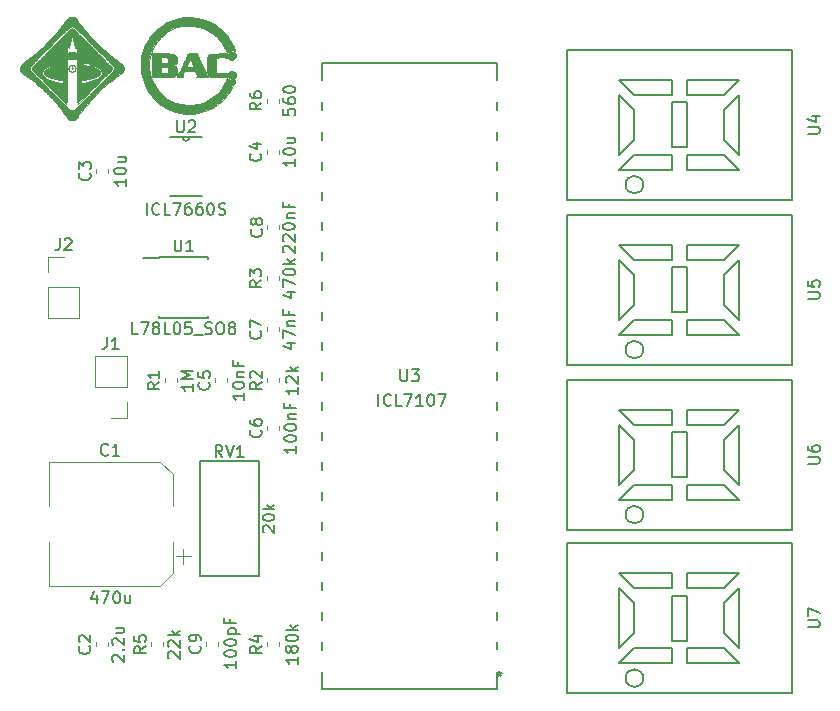
<source format=gbr>
G04 #@! TF.GenerationSoftware,KiCad,Pcbnew,(5.0.0-3-g5ebb6b6)*
G04 #@! TF.CreationDate,2018-10-31T22:03:31-07:00*
G04 #@! TF.ProjectId,Digital Voltmeter,4469676974616C20566F6C746D657465,A*
G04 #@! TF.SameCoordinates,Original*
G04 #@! TF.FileFunction,Legend,Top*
G04 #@! TF.FilePolarity,Positive*
%FSLAX46Y46*%
G04 Gerber Fmt 4.6, Leading zero omitted, Abs format (unit mm)*
G04 Created by KiCad (PCBNEW (5.0.0-3-g5ebb6b6)) date Wednesday, October 31, 2018 at 10:03:31 PM*
%MOMM*%
%LPD*%
G01*
G04 APERTURE LIST*
%ADD10C,0.120000*%
%ADD11C,0.150000*%
%ADD12C,0.152400*%
%ADD13C,0.010000*%
G04 APERTURE END LIST*
D10*
G04 #@! TO.C,J2*
X107445500Y-101914000D02*
X110105500Y-101914000D01*
X107445500Y-99314000D02*
X107445500Y-101914000D01*
X110105500Y-99314000D02*
X110105500Y-101914000D01*
X107445500Y-99314000D02*
X110105500Y-99314000D01*
X107445500Y-98044000D02*
X107445500Y-96714000D01*
X107445500Y-96714000D02*
X108775500Y-96714000D01*
G04 #@! TO.C,J1*
X114106000Y-105159500D02*
X111446000Y-105159500D01*
X114106000Y-107759500D02*
X114106000Y-105159500D01*
X111446000Y-107759500D02*
X111446000Y-105159500D01*
X114106000Y-107759500D02*
X111446000Y-107759500D01*
X114106000Y-109029500D02*
X114106000Y-110359500D01*
X114106000Y-110359500D02*
X112776000Y-110359500D01*
G04 #@! TO.C,C9*
X120838500Y-129368733D02*
X120838500Y-129711267D01*
X121858500Y-129368733D02*
X121858500Y-129711267D01*
G04 #@! TO.C,C8*
X127002000Y-94062733D02*
X127002000Y-94405267D01*
X125982000Y-94062733D02*
X125982000Y-94405267D01*
G04 #@! TO.C,C7*
X127002000Y-103041267D02*
X127002000Y-102698733D01*
X125982000Y-103041267D02*
X125982000Y-102698733D01*
G04 #@! TO.C,C6*
X127002000Y-111057733D02*
X127002000Y-111400267D01*
X125982000Y-111057733D02*
X125982000Y-111400267D01*
G04 #@! TO.C,C5*
X121600500Y-107016733D02*
X121600500Y-107359267D01*
X122620500Y-107016733D02*
X122620500Y-107359267D01*
G04 #@! TO.C,C4*
X125982000Y-87991767D02*
X125982000Y-87649233D01*
X127002000Y-87991767D02*
X127002000Y-87649233D01*
G04 #@! TO.C,C3*
X111504000Y-89300233D02*
X111504000Y-89642767D01*
X112524000Y-89300233D02*
X112524000Y-89642767D01*
G04 #@! TO.C,C2*
X111504000Y-129711267D02*
X111504000Y-129368733D01*
X112524000Y-129711267D02*
X112524000Y-129368733D01*
G04 #@! TO.C,R6*
X127002000Y-83673767D02*
X127002000Y-83331233D01*
X125982000Y-83673767D02*
X125982000Y-83331233D01*
G04 #@! TO.C,R5*
X116203000Y-129711267D02*
X116203000Y-129368733D01*
X117223000Y-129711267D02*
X117223000Y-129368733D01*
G04 #@! TO.C,R4*
X125982000Y-129368733D02*
X125982000Y-129711267D01*
X127002000Y-129368733D02*
X127002000Y-129711267D01*
G04 #@! TO.C,R3*
X125982000Y-98723267D02*
X125982000Y-98380733D01*
X127002000Y-98723267D02*
X127002000Y-98380733D01*
G04 #@! TO.C,R2*
X125982000Y-107016733D02*
X125982000Y-107359267D01*
X127002000Y-107016733D02*
X127002000Y-107359267D01*
G04 #@! TO.C,R1*
X117346000Y-107359267D02*
X117346000Y-107016733D01*
X118366000Y-107359267D02*
X118366000Y-107016733D01*
D11*
G04 #@! TO.C,U4*
X160274000Y-82994500D02*
X157099000Y-82994500D01*
X161544000Y-81724500D02*
X161544000Y-82994500D01*
X155829000Y-81724500D02*
X160274000Y-81724500D01*
X157099000Y-82994500D02*
X155829000Y-81724500D01*
X157099000Y-84264500D02*
X157099000Y-86804500D01*
X155829000Y-82994500D02*
X157099000Y-84264500D01*
X155829000Y-88074500D02*
X155829000Y-82994500D01*
X157099000Y-86804500D02*
X155829000Y-88074500D01*
X161544000Y-83629500D02*
X161544000Y-87439500D01*
X160274000Y-83629500D02*
X161544000Y-83629500D01*
X160274000Y-87439500D02*
X160274000Y-83629500D01*
X161544000Y-87439500D02*
X160274000Y-87439500D01*
X157099000Y-88074500D02*
X160274000Y-88074500D01*
X155829000Y-89344500D02*
X157099000Y-88074500D01*
X157099000Y-89344500D02*
X155829000Y-89344500D01*
X160274000Y-89344500D02*
X157099000Y-89344500D01*
X160274000Y-88074500D02*
X160274000Y-89344500D01*
X161544000Y-88074500D02*
X164719000Y-88074500D01*
X161544000Y-89344500D02*
X161544000Y-88074500D01*
X165989000Y-89344500D02*
X161544000Y-89344500D01*
X164719000Y-88074500D02*
X165989000Y-89344500D01*
X165989000Y-88074500D02*
X165989000Y-82994500D01*
X164719000Y-86804500D02*
X165989000Y-88074500D01*
X157849000Y-90614500D02*
G75*
G03X157849000Y-90614500I-750000J0D01*
G01*
X151384000Y-79184500D02*
X170434000Y-79184500D01*
X151384000Y-91884500D02*
X151384000Y-79184500D01*
X170434000Y-91884500D02*
X151384000Y-91884500D01*
X170434000Y-79184500D02*
X170434000Y-91884500D01*
X165989000Y-81724500D02*
X164719000Y-82994500D01*
X164719000Y-82994500D02*
X161544000Y-82994500D01*
X160274000Y-82994500D02*
X160274000Y-81724500D01*
X161544000Y-81724500D02*
X165989000Y-81724500D01*
X165989000Y-82994500D02*
X164719000Y-84264500D01*
X164719000Y-84264500D02*
X164719000Y-86804500D01*
D10*
G04 #@! TO.C,C1*
X107516000Y-114056500D02*
X107516000Y-117806500D01*
X107516000Y-124576500D02*
X107516000Y-120826500D01*
X116971563Y-124576500D02*
X107516000Y-124576500D01*
X116971563Y-114056500D02*
X107516000Y-114056500D01*
X118036000Y-115120937D02*
X118036000Y-117806500D01*
X118036000Y-123512063D02*
X118036000Y-120826500D01*
X118036000Y-123512063D02*
X116971563Y-124576500D01*
X118036000Y-115120937D02*
X116971563Y-114056500D01*
X119526000Y-122076500D02*
X118276000Y-122076500D01*
X118901000Y-122701500D02*
X118901000Y-121451500D01*
D12*
G04 #@! TO.C,U3*
X145478500Y-80327500D02*
X130619500Y-80327500D01*
X130619500Y-80327500D02*
X130619500Y-81728195D01*
X130619500Y-133286500D02*
X145478500Y-133286500D01*
X145478500Y-133286500D02*
X145478500Y-131904740D01*
X145478500Y-129969260D02*
X145478500Y-129345805D01*
X145478500Y-127448195D02*
X145478500Y-126805805D01*
X145478500Y-124908195D02*
X145478500Y-124265805D01*
X145478500Y-122368195D02*
X145478500Y-121725805D01*
X145478500Y-119828195D02*
X145478500Y-119185805D01*
X145478500Y-117288195D02*
X145478500Y-116645805D01*
X145478500Y-114748195D02*
X145478500Y-114105805D01*
X145478500Y-112208195D02*
X145478500Y-111565805D01*
X145478500Y-109668195D02*
X145478500Y-109025805D01*
X145478500Y-107128195D02*
X145478500Y-106485805D01*
X145478500Y-104588195D02*
X145478500Y-103945805D01*
X145478500Y-102048195D02*
X145478500Y-101405805D01*
X145478500Y-99508195D02*
X145478500Y-98865805D01*
X145478500Y-96968195D02*
X145478500Y-96325805D01*
X145478500Y-94428195D02*
X145478500Y-93785805D01*
X145478500Y-91888195D02*
X145478500Y-91245805D01*
X145478500Y-89348195D02*
X145478500Y-88705805D01*
X145478500Y-86808195D02*
X145478500Y-86165805D01*
X145478500Y-84268195D02*
X145478500Y-83625805D01*
X145478500Y-81728195D02*
X145478500Y-80327500D01*
X130619500Y-83625805D02*
X130619500Y-84268195D01*
X130619500Y-86165805D02*
X130619500Y-86808195D01*
X130619500Y-88705805D02*
X130619500Y-89348195D01*
X130619500Y-91245805D02*
X130619500Y-91888195D01*
X130619500Y-93785805D02*
X130619500Y-94428195D01*
X130619500Y-96325805D02*
X130619500Y-96968195D01*
X130619500Y-98865805D02*
X130619500Y-99508195D01*
X130619500Y-101405805D02*
X130619500Y-102048195D01*
X130619500Y-103945805D02*
X130619500Y-104588195D01*
X130619500Y-106485805D02*
X130619500Y-107128195D01*
X130619500Y-109025805D02*
X130619500Y-109668195D01*
X130619500Y-111565805D02*
X130619500Y-112208195D01*
X130619500Y-114105805D02*
X130619500Y-114748195D01*
X130619500Y-116645805D02*
X130619500Y-117288195D01*
X130619500Y-119185805D02*
X130619500Y-119828195D01*
X130619500Y-121725805D02*
X130619500Y-122368195D01*
X130619500Y-124265805D02*
X130619500Y-124908195D01*
X130619500Y-126805805D02*
X130619500Y-127448195D01*
X130619500Y-129345805D02*
X130619500Y-129988195D01*
X130619500Y-131885805D02*
X130619500Y-133286500D01*
D11*
G04 #@! TO.C,U7*
X164719000Y-126047500D02*
X164719000Y-128587500D01*
X165989000Y-124777500D02*
X164719000Y-126047500D01*
X161544000Y-123507500D02*
X165989000Y-123507500D01*
X160274000Y-124777500D02*
X160274000Y-123507500D01*
X164719000Y-124777500D02*
X161544000Y-124777500D01*
X165989000Y-123507500D02*
X164719000Y-124777500D01*
X170434000Y-120967500D02*
X170434000Y-133667500D01*
X170434000Y-133667500D02*
X151384000Y-133667500D01*
X151384000Y-133667500D02*
X151384000Y-120967500D01*
X151384000Y-120967500D02*
X170434000Y-120967500D01*
X157849000Y-132397500D02*
G75*
G03X157849000Y-132397500I-750000J0D01*
G01*
X164719000Y-128587500D02*
X165989000Y-129857500D01*
X165989000Y-129857500D02*
X165989000Y-124777500D01*
X164719000Y-129857500D02*
X165989000Y-131127500D01*
X165989000Y-131127500D02*
X161544000Y-131127500D01*
X161544000Y-131127500D02*
X161544000Y-129857500D01*
X161544000Y-129857500D02*
X164719000Y-129857500D01*
X160274000Y-129857500D02*
X160274000Y-131127500D01*
X160274000Y-131127500D02*
X157099000Y-131127500D01*
X157099000Y-131127500D02*
X155829000Y-131127500D01*
X155829000Y-131127500D02*
X157099000Y-129857500D01*
X157099000Y-129857500D02*
X160274000Y-129857500D01*
X161544000Y-129222500D02*
X160274000Y-129222500D01*
X160274000Y-129222500D02*
X160274000Y-125412500D01*
X160274000Y-125412500D02*
X161544000Y-125412500D01*
X161544000Y-125412500D02*
X161544000Y-129222500D01*
X157099000Y-128587500D02*
X155829000Y-129857500D01*
X155829000Y-129857500D02*
X155829000Y-124777500D01*
X155829000Y-124777500D02*
X157099000Y-126047500D01*
X157099000Y-126047500D02*
X157099000Y-128587500D01*
X157099000Y-124777500D02*
X155829000Y-123507500D01*
X155829000Y-123507500D02*
X160274000Y-123507500D01*
X161544000Y-123507500D02*
X161544000Y-124777500D01*
X160274000Y-124777500D02*
X157099000Y-124777500D01*
G04 #@! TO.C,U6*
X160274000Y-110934500D02*
X157099000Y-110934500D01*
X161544000Y-109664500D02*
X161544000Y-110934500D01*
X155829000Y-109664500D02*
X160274000Y-109664500D01*
X157099000Y-110934500D02*
X155829000Y-109664500D01*
X157099000Y-112204500D02*
X157099000Y-114744500D01*
X155829000Y-110934500D02*
X157099000Y-112204500D01*
X155829000Y-116014500D02*
X155829000Y-110934500D01*
X157099000Y-114744500D02*
X155829000Y-116014500D01*
X161544000Y-111569500D02*
X161544000Y-115379500D01*
X160274000Y-111569500D02*
X161544000Y-111569500D01*
X160274000Y-115379500D02*
X160274000Y-111569500D01*
X161544000Y-115379500D02*
X160274000Y-115379500D01*
X157099000Y-116014500D02*
X160274000Y-116014500D01*
X155829000Y-117284500D02*
X157099000Y-116014500D01*
X157099000Y-117284500D02*
X155829000Y-117284500D01*
X160274000Y-117284500D02*
X157099000Y-117284500D01*
X160274000Y-116014500D02*
X160274000Y-117284500D01*
X161544000Y-116014500D02*
X164719000Y-116014500D01*
X161544000Y-117284500D02*
X161544000Y-116014500D01*
X165989000Y-117284500D02*
X161544000Y-117284500D01*
X164719000Y-116014500D02*
X165989000Y-117284500D01*
X165989000Y-116014500D02*
X165989000Y-110934500D01*
X164719000Y-114744500D02*
X165989000Y-116014500D01*
X157849000Y-118554500D02*
G75*
G03X157849000Y-118554500I-750000J0D01*
G01*
X151384000Y-107124500D02*
X170434000Y-107124500D01*
X151384000Y-119824500D02*
X151384000Y-107124500D01*
X170434000Y-119824500D02*
X151384000Y-119824500D01*
X170434000Y-107124500D02*
X170434000Y-119824500D01*
X165989000Y-109664500D02*
X164719000Y-110934500D01*
X164719000Y-110934500D02*
X161544000Y-110934500D01*
X160274000Y-110934500D02*
X160274000Y-109664500D01*
X161544000Y-109664500D02*
X165989000Y-109664500D01*
X165989000Y-110934500D02*
X164719000Y-112204500D01*
X164719000Y-112204500D02*
X164719000Y-114744500D01*
G04 #@! TO.C,U5*
X164719000Y-98234500D02*
X164719000Y-100774500D01*
X165989000Y-96964500D02*
X164719000Y-98234500D01*
X161544000Y-95694500D02*
X165989000Y-95694500D01*
X160274000Y-96964500D02*
X160274000Y-95694500D01*
X164719000Y-96964500D02*
X161544000Y-96964500D01*
X165989000Y-95694500D02*
X164719000Y-96964500D01*
X170434000Y-93154500D02*
X170434000Y-105854500D01*
X170434000Y-105854500D02*
X151384000Y-105854500D01*
X151384000Y-105854500D02*
X151384000Y-93154500D01*
X151384000Y-93154500D02*
X170434000Y-93154500D01*
X157849000Y-104584500D02*
G75*
G03X157849000Y-104584500I-750000J0D01*
G01*
X164719000Y-100774500D02*
X165989000Y-102044500D01*
X165989000Y-102044500D02*
X165989000Y-96964500D01*
X164719000Y-102044500D02*
X165989000Y-103314500D01*
X165989000Y-103314500D02*
X161544000Y-103314500D01*
X161544000Y-103314500D02*
X161544000Y-102044500D01*
X161544000Y-102044500D02*
X164719000Y-102044500D01*
X160274000Y-102044500D02*
X160274000Y-103314500D01*
X160274000Y-103314500D02*
X157099000Y-103314500D01*
X157099000Y-103314500D02*
X155829000Y-103314500D01*
X155829000Y-103314500D02*
X157099000Y-102044500D01*
X157099000Y-102044500D02*
X160274000Y-102044500D01*
X161544000Y-101409500D02*
X160274000Y-101409500D01*
X160274000Y-101409500D02*
X160274000Y-97599500D01*
X160274000Y-97599500D02*
X161544000Y-97599500D01*
X161544000Y-97599500D02*
X161544000Y-101409500D01*
X157099000Y-100774500D02*
X155829000Y-102044500D01*
X155829000Y-102044500D02*
X155829000Y-96964500D01*
X155829000Y-96964500D02*
X157099000Y-98234500D01*
X157099000Y-98234500D02*
X157099000Y-100774500D01*
X157099000Y-96964500D02*
X155829000Y-95694500D01*
X155829000Y-95694500D02*
X160274000Y-95694500D01*
X161544000Y-95694500D02*
X161544000Y-96964500D01*
X160274000Y-96964500D02*
X157099000Y-96964500D01*
G04 #@! TO.C,RV1*
X120309000Y-123722000D02*
X125309000Y-123722000D01*
X120309000Y-114022000D02*
X125309000Y-114022000D01*
X125309000Y-114022000D02*
X125309000Y-123722000D01*
X120309000Y-123722000D02*
X120309000Y-114022000D01*
D12*
G04 #@! TO.C,U2*
X119430800Y-86601300D02*
G75*
G02X118821200Y-86601300I-304800J0D01*
G01*
X118821200Y-86601300D02*
X117754400Y-86601300D01*
X119430800Y-86601300D02*
X118821200Y-86601300D01*
X120497600Y-86601300D02*
X119430800Y-86601300D01*
X117754400Y-91579700D02*
X120497600Y-91579700D01*
D11*
G04 #@! TO.C,U1*
X116860500Y-96739000D02*
X116860500Y-96789000D01*
X121010500Y-96739000D02*
X121010500Y-96884000D01*
X121010500Y-101889000D02*
X121010500Y-101744000D01*
X116860500Y-101889000D02*
X116860500Y-101744000D01*
X116860500Y-96739000D02*
X121010500Y-96739000D01*
X116860500Y-101889000D02*
X121010500Y-101889000D01*
X116860500Y-96789000D02*
X115460500Y-96789000D01*
D13*
G04 #@! TO.C,G\002A\002A\002A*
G36*
X109467650Y-80554492D02*
X109481620Y-80556100D01*
X109482992Y-80661344D01*
X109484365Y-80766588D01*
X109525249Y-80751514D01*
X109544271Y-80744668D01*
X109559645Y-80739446D01*
X109568898Y-80736677D01*
X109570274Y-80736440D01*
X109574160Y-80740565D01*
X109577892Y-80749432D01*
X109579557Y-80757776D01*
X109578922Y-80760210D01*
X109573909Y-80762344D01*
X109561162Y-80767216D01*
X109542512Y-80774140D01*
X109519792Y-80782430D01*
X109515624Y-80783937D01*
X109453680Y-80806310D01*
X109453680Y-80552885D01*
X109467650Y-80554492D01*
X109467650Y-80554492D01*
G37*
X109467650Y-80554492D02*
X109481620Y-80556100D01*
X109482992Y-80661344D01*
X109484365Y-80766588D01*
X109525249Y-80751514D01*
X109544271Y-80744668D01*
X109559645Y-80739446D01*
X109568898Y-80736677D01*
X109570274Y-80736440D01*
X109574160Y-80740565D01*
X109577892Y-80749432D01*
X109579557Y-80757776D01*
X109578922Y-80760210D01*
X109573909Y-80762344D01*
X109561162Y-80767216D01*
X109542512Y-80774140D01*
X109519792Y-80782430D01*
X109515624Y-80783937D01*
X109453680Y-80806310D01*
X109453680Y-80552885D01*
X109467650Y-80554492D01*
G36*
X109733299Y-79400839D02*
X109756336Y-79412527D01*
X109761188Y-79416469D01*
X109768488Y-79423161D01*
X109774618Y-79429935D01*
X109779681Y-79437700D01*
X109783778Y-79447362D01*
X109787012Y-79459829D01*
X109789485Y-79476006D01*
X109791298Y-79496803D01*
X109792553Y-79523125D01*
X109793353Y-79555881D01*
X109793799Y-79595976D01*
X109793994Y-79644319D01*
X109794039Y-79701816D01*
X109794040Y-79708644D01*
X109794040Y-79938880D01*
X109631011Y-79938880D01*
X109632515Y-79701390D01*
X109634020Y-79463900D01*
X109646720Y-79441040D01*
X109663928Y-79418720D01*
X109685294Y-79404322D01*
X109709018Y-79398233D01*
X109733299Y-79400839D01*
X109733299Y-79400839D01*
G37*
X109733299Y-79400839D02*
X109756336Y-79412527D01*
X109761188Y-79416469D01*
X109768488Y-79423161D01*
X109774618Y-79429935D01*
X109779681Y-79437700D01*
X109783778Y-79447362D01*
X109787012Y-79459829D01*
X109789485Y-79476006D01*
X109791298Y-79496803D01*
X109792553Y-79523125D01*
X109793353Y-79555881D01*
X109793799Y-79595976D01*
X109793994Y-79644319D01*
X109794039Y-79701816D01*
X109794040Y-79708644D01*
X109794040Y-79938880D01*
X109631011Y-79938880D01*
X109632515Y-79701390D01*
X109634020Y-79463900D01*
X109646720Y-79441040D01*
X109663928Y-79418720D01*
X109685294Y-79404322D01*
X109709018Y-79398233D01*
X109733299Y-79400839D01*
G36*
X109489247Y-79398780D02*
X109512519Y-79407864D01*
X109532899Y-79424219D01*
X109545120Y-79441040D01*
X109557820Y-79463900D01*
X109560828Y-79938880D01*
X109397800Y-79938880D01*
X109397828Y-79709010D01*
X109397971Y-79643544D01*
X109398381Y-79587761D01*
X109399057Y-79541747D01*
X109399996Y-79505588D01*
X109401196Y-79479371D01*
X109402656Y-79463181D01*
X109403466Y-79458934D01*
X109413421Y-79437781D01*
X109429577Y-79418672D01*
X109449057Y-79404415D01*
X109465571Y-79398302D01*
X109489247Y-79398780D01*
X109489247Y-79398780D01*
G37*
X109489247Y-79398780D02*
X109512519Y-79407864D01*
X109532899Y-79424219D01*
X109545120Y-79441040D01*
X109557820Y-79463900D01*
X109560828Y-79938880D01*
X109397800Y-79938880D01*
X109397828Y-79709010D01*
X109397971Y-79643544D01*
X109398381Y-79587761D01*
X109399057Y-79541747D01*
X109399996Y-79505588D01*
X109401196Y-79479371D01*
X109402656Y-79463181D01*
X109403466Y-79458934D01*
X109413421Y-79437781D01*
X109429577Y-79418672D01*
X109449057Y-79404415D01*
X109465571Y-79398302D01*
X109489247Y-79398780D01*
G36*
X109261815Y-79400577D02*
X109285403Y-79413734D01*
X109289714Y-79417317D01*
X109296859Y-79423660D01*
X109302848Y-79429676D01*
X109307783Y-79436278D01*
X109311767Y-79444376D01*
X109314900Y-79454883D01*
X109317285Y-79468710D01*
X109319025Y-79486771D01*
X109320220Y-79509976D01*
X109320973Y-79539237D01*
X109321386Y-79575467D01*
X109321561Y-79619578D01*
X109321599Y-79672481D01*
X109321600Y-79702496D01*
X109321600Y-79938880D01*
X109164120Y-79938880D01*
X109164120Y-79705036D01*
X109164137Y-79647594D01*
X109164252Y-79599386D01*
X109164559Y-79559484D01*
X109165151Y-79526963D01*
X109166125Y-79500895D01*
X109167573Y-79480355D01*
X109169590Y-79464416D01*
X109172270Y-79452150D01*
X109175707Y-79442633D01*
X109179997Y-79434937D01*
X109185232Y-79428135D01*
X109191508Y-79421301D01*
X109193167Y-79419567D01*
X109214524Y-79403521D01*
X109237798Y-79397182D01*
X109261815Y-79400577D01*
X109261815Y-79400577D01*
G37*
X109261815Y-79400577D02*
X109285403Y-79413734D01*
X109289714Y-79417317D01*
X109296859Y-79423660D01*
X109302848Y-79429676D01*
X109307783Y-79436278D01*
X109311767Y-79444376D01*
X109314900Y-79454883D01*
X109317285Y-79468710D01*
X109319025Y-79486771D01*
X109320220Y-79509976D01*
X109320973Y-79539237D01*
X109321386Y-79575467D01*
X109321561Y-79619578D01*
X109321599Y-79672481D01*
X109321600Y-79702496D01*
X109321600Y-79938880D01*
X109164120Y-79938880D01*
X109164120Y-79705036D01*
X109164137Y-79647594D01*
X109164252Y-79599386D01*
X109164559Y-79559484D01*
X109165151Y-79526963D01*
X109166125Y-79500895D01*
X109167573Y-79480355D01*
X109169590Y-79464416D01*
X109172270Y-79452150D01*
X109175707Y-79442633D01*
X109179997Y-79434937D01*
X109185232Y-79428135D01*
X109191508Y-79421301D01*
X109193167Y-79419567D01*
X109214524Y-79403521D01*
X109237798Y-79397182D01*
X109261815Y-79400577D01*
G36*
X109551077Y-80477911D02*
X109603241Y-80495698D01*
X109650201Y-80521889D01*
X109691344Y-80556014D01*
X109726060Y-80597600D01*
X109753736Y-80646178D01*
X109766937Y-80679145D01*
X109778112Y-80725775D01*
X109781470Y-80775531D01*
X109777012Y-80825052D01*
X109766937Y-80864854D01*
X109743900Y-80917483D01*
X109713543Y-80963346D01*
X109676479Y-81001980D01*
X109633321Y-81032922D01*
X109584683Y-81055709D01*
X109531178Y-81069877D01*
X109489240Y-81074519D01*
X109451339Y-81074312D01*
X109417279Y-81070114D01*
X109413040Y-81069214D01*
X109362092Y-81052769D01*
X109315351Y-81027277D01*
X109272295Y-80992446D01*
X109265549Y-80985821D01*
X109233557Y-80949588D01*
X109209731Y-80912762D01*
X109192360Y-80872377D01*
X109184315Y-80845172D01*
X109175847Y-80791929D01*
X109176453Y-80766075D01*
X109203077Y-80766075D01*
X109206324Y-80815255D01*
X109218116Y-80862884D01*
X109238453Y-80907200D01*
X109244604Y-80917146D01*
X109277270Y-80959022D01*
X109315504Y-80993852D01*
X109358032Y-81020698D01*
X109403577Y-81038620D01*
X109412946Y-81041053D01*
X109434990Y-81044331D01*
X109462951Y-81045739D01*
X109493112Y-81045355D01*
X109521760Y-81043260D01*
X109545176Y-81039531D01*
X109550547Y-81038128D01*
X109596760Y-81019702D01*
X109639674Y-80993456D01*
X109677454Y-80960862D01*
X109708262Y-80923391D01*
X109721627Y-80901126D01*
X109741566Y-80853003D01*
X109751968Y-80804032D01*
X109753284Y-80755235D01*
X109745962Y-80707637D01*
X109730451Y-80662262D01*
X109707202Y-80620132D01*
X109676664Y-80582272D01*
X109639285Y-80549706D01*
X109595516Y-80523457D01*
X109547784Y-80505117D01*
X109517115Y-80499420D01*
X109481036Y-80497717D01*
X109443344Y-80499804D01*
X109407834Y-80505477D01*
X109379147Y-80514178D01*
X109331870Y-80538648D01*
X109291034Y-80570590D01*
X109255797Y-80610707D01*
X109244604Y-80626853D01*
X109222217Y-80670113D01*
X109208375Y-80717108D01*
X109203077Y-80766075D01*
X109176453Y-80766075D01*
X109177114Y-80737912D01*
X109187938Y-80684579D01*
X109208141Y-80633384D01*
X109210814Y-80628165D01*
X109230857Y-80597173D01*
X109257801Y-80565801D01*
X109288864Y-80536746D01*
X109321265Y-80512709D01*
X109341920Y-80500958D01*
X109392676Y-80480992D01*
X109444024Y-80470235D01*
X109494320Y-80469000D01*
X109551077Y-80477911D01*
X109551077Y-80477911D01*
G37*
X109551077Y-80477911D02*
X109603241Y-80495698D01*
X109650201Y-80521889D01*
X109691344Y-80556014D01*
X109726060Y-80597600D01*
X109753736Y-80646178D01*
X109766937Y-80679145D01*
X109778112Y-80725775D01*
X109781470Y-80775531D01*
X109777012Y-80825052D01*
X109766937Y-80864854D01*
X109743900Y-80917483D01*
X109713543Y-80963346D01*
X109676479Y-81001980D01*
X109633321Y-81032922D01*
X109584683Y-81055709D01*
X109531178Y-81069877D01*
X109489240Y-81074519D01*
X109451339Y-81074312D01*
X109417279Y-81070114D01*
X109413040Y-81069214D01*
X109362092Y-81052769D01*
X109315351Y-81027277D01*
X109272295Y-80992446D01*
X109265549Y-80985821D01*
X109233557Y-80949588D01*
X109209731Y-80912762D01*
X109192360Y-80872377D01*
X109184315Y-80845172D01*
X109175847Y-80791929D01*
X109176453Y-80766075D01*
X109203077Y-80766075D01*
X109206324Y-80815255D01*
X109218116Y-80862884D01*
X109238453Y-80907200D01*
X109244604Y-80917146D01*
X109277270Y-80959022D01*
X109315504Y-80993852D01*
X109358032Y-81020698D01*
X109403577Y-81038620D01*
X109412946Y-81041053D01*
X109434990Y-81044331D01*
X109462951Y-81045739D01*
X109493112Y-81045355D01*
X109521760Y-81043260D01*
X109545176Y-81039531D01*
X109550547Y-81038128D01*
X109596760Y-81019702D01*
X109639674Y-80993456D01*
X109677454Y-80960862D01*
X109708262Y-80923391D01*
X109721627Y-80901126D01*
X109741566Y-80853003D01*
X109751968Y-80804032D01*
X109753284Y-80755235D01*
X109745962Y-80707637D01*
X109730451Y-80662262D01*
X109707202Y-80620132D01*
X109676664Y-80582272D01*
X109639285Y-80549706D01*
X109595516Y-80523457D01*
X109547784Y-80505117D01*
X109517115Y-80499420D01*
X109481036Y-80497717D01*
X109443344Y-80499804D01*
X109407834Y-80505477D01*
X109379147Y-80514178D01*
X109331870Y-80538648D01*
X109291034Y-80570590D01*
X109255797Y-80610707D01*
X109244604Y-80626853D01*
X109222217Y-80670113D01*
X109208375Y-80717108D01*
X109203077Y-80766075D01*
X109176453Y-80766075D01*
X109177114Y-80737912D01*
X109187938Y-80684579D01*
X109208141Y-80633384D01*
X109210814Y-80628165D01*
X109230857Y-80597173D01*
X109257801Y-80565801D01*
X109288864Y-80536746D01*
X109321265Y-80512709D01*
X109341920Y-80500958D01*
X109392676Y-80480992D01*
X109444024Y-80470235D01*
X109494320Y-80469000D01*
X109551077Y-80477911D01*
G36*
X109518992Y-77394109D02*
X109565340Y-77407768D01*
X109582124Y-77415266D01*
X109585108Y-77416946D01*
X109588960Y-77419565D01*
X109593878Y-77423318D01*
X109600060Y-77428401D01*
X109607704Y-77435010D01*
X109617009Y-77443343D01*
X109628173Y-77453593D01*
X109641393Y-77465958D01*
X109656867Y-77480633D01*
X109674795Y-77497815D01*
X109695374Y-77517699D01*
X109718802Y-77540482D01*
X109745277Y-77566359D01*
X109774998Y-77595527D01*
X109808162Y-77628181D01*
X109844968Y-77664518D01*
X109885613Y-77704733D01*
X109930297Y-77749022D01*
X109979217Y-77797583D01*
X110032571Y-77850609D01*
X110090557Y-77908298D01*
X110153373Y-77970846D01*
X110221219Y-78038448D01*
X110294291Y-78111300D01*
X110372788Y-78189600D01*
X110456907Y-78273541D01*
X110546848Y-78363321D01*
X110642808Y-78459136D01*
X110744986Y-78561181D01*
X110853579Y-78669653D01*
X110968785Y-78784748D01*
X111090804Y-78906660D01*
X111203015Y-79018784D01*
X111309736Y-79125441D01*
X111414721Y-79230395D01*
X111517736Y-79333411D01*
X111618548Y-79434257D01*
X111716923Y-79532697D01*
X111812630Y-79628498D01*
X111905434Y-79721426D01*
X111995102Y-79811246D01*
X112081402Y-79897725D01*
X112164100Y-79980628D01*
X112242963Y-80059722D01*
X112317757Y-80134772D01*
X112388251Y-80205544D01*
X112454209Y-80271805D01*
X112515400Y-80333320D01*
X112571590Y-80389856D01*
X112622546Y-80441177D01*
X112668035Y-80487051D01*
X112707824Y-80527243D01*
X112741679Y-80561518D01*
X112769367Y-80589644D01*
X112790655Y-80611386D01*
X112805311Y-80626510D01*
X112813100Y-80634782D01*
X112814229Y-80636103D01*
X112838223Y-80676208D01*
X112853209Y-80719524D01*
X112859188Y-80764567D01*
X112856158Y-80809850D01*
X112844121Y-80853889D01*
X112823076Y-80895200D01*
X112814218Y-80907896D01*
X112809090Y-80913543D01*
X112797020Y-80926120D01*
X112778257Y-80945376D01*
X112753049Y-80971062D01*
X112721645Y-81002929D01*
X112684292Y-81040728D01*
X112641239Y-81084208D01*
X112592734Y-81133121D01*
X112539026Y-81187217D01*
X112480363Y-81246247D01*
X112416993Y-81309960D01*
X112349164Y-81378108D01*
X112277126Y-81450442D01*
X112201125Y-81526711D01*
X112121410Y-81606666D01*
X112038230Y-81690058D01*
X111951832Y-81776637D01*
X111862466Y-81866154D01*
X111770380Y-81958360D01*
X111675820Y-82053004D01*
X111579037Y-82149838D01*
X111480279Y-82248612D01*
X111384615Y-82344256D01*
X109976920Y-83751413D01*
X109976920Y-83627387D01*
X109937550Y-83625903D01*
X109898180Y-83624420D01*
X109896902Y-81868010D01*
X109896823Y-81758914D01*
X110224764Y-81758914D01*
X110227447Y-81777267D01*
X110228741Y-81787629D01*
X110230860Y-81806349D01*
X110233614Y-81831674D01*
X110236814Y-81861854D01*
X110240270Y-81895134D01*
X110241709Y-81909190D01*
X110253288Y-82022760D01*
X110284014Y-82019351D01*
X110297815Y-82017539D01*
X110319778Y-82014315D01*
X110348048Y-82009968D01*
X110380768Y-82004784D01*
X110416085Y-81999053D01*
X110436660Y-81995652D01*
X110586212Y-81968792D01*
X110730454Y-81938930D01*
X110868987Y-81906217D01*
X111001414Y-81870805D01*
X111127338Y-81832846D01*
X111246359Y-81792492D01*
X111358082Y-81749894D01*
X111462108Y-81705205D01*
X111558039Y-81658576D01*
X111645478Y-81610159D01*
X111724027Y-81560106D01*
X111793289Y-81508569D01*
X111852866Y-81455699D01*
X111854071Y-81454516D01*
X111903639Y-81401148D01*
X111943344Y-81348122D01*
X111973445Y-81294907D01*
X111994201Y-81240975D01*
X112005872Y-81185794D01*
X112008844Y-81138217D01*
X112006450Y-81091579D01*
X111998776Y-81049971D01*
X111984847Y-81009221D01*
X111972472Y-80982208D01*
X111940011Y-80927621D01*
X111897687Y-80874823D01*
X111845652Y-80823897D01*
X111784058Y-80774926D01*
X111713058Y-80727994D01*
X111632805Y-80683185D01*
X111543451Y-80640581D01*
X111445149Y-80600266D01*
X111338050Y-80562324D01*
X111222308Y-80526837D01*
X111098074Y-80493889D01*
X111064043Y-80485663D01*
X110970766Y-80463554D01*
X110946830Y-80388878D01*
X110938452Y-80363015D01*
X110931073Y-80340756D01*
X110925274Y-80323815D01*
X110921639Y-80313908D01*
X110920774Y-80312080D01*
X110915520Y-80312135D01*
X110901158Y-80312968D01*
X110878704Y-80314497D01*
X110849173Y-80316639D01*
X110813581Y-80319312D01*
X110772944Y-80322433D01*
X110728277Y-80325921D01*
X110680595Y-80329692D01*
X110630915Y-80333664D01*
X110580253Y-80337756D01*
X110529623Y-80341884D01*
X110480041Y-80345966D01*
X110432523Y-80349920D01*
X110388085Y-80353664D01*
X110347742Y-80357114D01*
X110312509Y-80360190D01*
X110283403Y-80362807D01*
X110261439Y-80364884D01*
X110247633Y-80366339D01*
X110243005Y-80367061D01*
X110247387Y-80368879D01*
X110260560Y-80373530D01*
X110281644Y-80380728D01*
X110309761Y-80390185D01*
X110344033Y-80401615D01*
X110383580Y-80414731D01*
X110427524Y-80429245D01*
X110474986Y-80444872D01*
X110525087Y-80461323D01*
X110576949Y-80478311D01*
X110629694Y-80495551D01*
X110682442Y-80512755D01*
X110734314Y-80529636D01*
X110784433Y-80545907D01*
X110831918Y-80561281D01*
X110875893Y-80575472D01*
X110915478Y-80588192D01*
X110949793Y-80599154D01*
X110977962Y-80608071D01*
X110999104Y-80614658D01*
X111012342Y-80618625D01*
X111016727Y-80619725D01*
X111018412Y-80615070D01*
X111015803Y-80601353D01*
X111008925Y-80578709D01*
X111007864Y-80575546D01*
X111001568Y-80556002D01*
X110997117Y-80540373D01*
X110995126Y-80530922D01*
X110995250Y-80529216D01*
X111001582Y-80529202D01*
X111016209Y-80532480D01*
X111037962Y-80538642D01*
X111065675Y-80547277D01*
X111098179Y-80557977D01*
X111134307Y-80570334D01*
X111172892Y-80583937D01*
X111212765Y-80598378D01*
X111252760Y-80613249D01*
X111291708Y-80628140D01*
X111328442Y-80642642D01*
X111361795Y-80656346D01*
X111378046Y-80663296D01*
X111462647Y-80702477D01*
X111540244Y-80743269D01*
X111610548Y-80785383D01*
X111673268Y-80828529D01*
X111728115Y-80872418D01*
X111774800Y-80916760D01*
X111813032Y-80961265D01*
X111842522Y-81005645D01*
X111862981Y-81049609D01*
X111874118Y-81092868D01*
X111875645Y-81135132D01*
X111872359Y-81157499D01*
X111857586Y-81202648D01*
X111832991Y-81247026D01*
X111798894Y-81290504D01*
X111755612Y-81332952D01*
X111703464Y-81374240D01*
X111642768Y-81414241D01*
X111573842Y-81452824D01*
X111497006Y-81489860D01*
X111412577Y-81525220D01*
X111320873Y-81558776D01*
X111222214Y-81590396D01*
X111116917Y-81619953D01*
X111005300Y-81647317D01*
X110887683Y-81672359D01*
X110764384Y-81694950D01*
X110635720Y-81714960D01*
X110502011Y-81732260D01*
X110439200Y-81739241D01*
X110402075Y-81743093D01*
X110365236Y-81746798D01*
X110330915Y-81750139D01*
X110301349Y-81752901D01*
X110278770Y-81754868D01*
X110272292Y-81755376D01*
X110224764Y-81758914D01*
X109896823Y-81758914D01*
X109895625Y-80111599D01*
X109933732Y-80111600D01*
X109971840Y-80111600D01*
X109971840Y-80056165D01*
X109935010Y-80054672D01*
X109898180Y-80053180D01*
X109898180Y-79281020D01*
X109971840Y-79278034D01*
X109971840Y-79222600D01*
X109934900Y-79222600D01*
X109897961Y-79222599D01*
X109868093Y-79071470D01*
X109858405Y-79023309D01*
X109850222Y-78984579D01*
X109843399Y-78954684D01*
X109837793Y-78933027D01*
X109833258Y-78919015D01*
X109829650Y-78912051D01*
X109829348Y-78911732D01*
X109823544Y-78901850D01*
X109818616Y-78886226D01*
X109816822Y-78876594D01*
X109813912Y-78861687D01*
X109810722Y-78856880D01*
X109807320Y-78862118D01*
X109803773Y-78877346D01*
X109801980Y-78888590D01*
X109798422Y-78904143D01*
X109793680Y-78912085D01*
X109791849Y-78912720D01*
X109787590Y-78917695D01*
X109782524Y-78932660D01*
X109776632Y-78957668D01*
X109773669Y-78972410D01*
X109768903Y-78996244D01*
X109764520Y-79016658D01*
X109761014Y-79031438D01*
X109758920Y-79038301D01*
X109757128Y-79034492D01*
X109752901Y-79021585D01*
X109746443Y-79000296D01*
X109737956Y-78971339D01*
X109727643Y-78935429D01*
X109715708Y-78893282D01*
X109702354Y-78845610D01*
X109687783Y-78793130D01*
X109672198Y-78736555D01*
X109655803Y-78676601D01*
X109647790Y-78647141D01*
X109539878Y-78249780D01*
X109539959Y-78182470D01*
X109539901Y-78155186D01*
X109539495Y-78136463D01*
X109538510Y-78124698D01*
X109536715Y-78118293D01*
X109533878Y-78115648D01*
X109530222Y-78115160D01*
X109520907Y-78111168D01*
X109517880Y-78106270D01*
X109516596Y-78098991D01*
X109514276Y-78083060D01*
X109511112Y-78059909D01*
X109507297Y-78030970D01*
X109503023Y-77997677D01*
X109498813Y-77964128D01*
X109494356Y-77928759D01*
X109490231Y-77897041D01*
X109486618Y-77870265D01*
X109483695Y-77849725D01*
X109481639Y-77836712D01*
X109480639Y-77832507D01*
X109479683Y-77837626D01*
X109477644Y-77851247D01*
X109474730Y-77871794D01*
X109471152Y-77897689D01*
X109467118Y-77927359D01*
X109462840Y-77959226D01*
X109458526Y-77991715D01*
X109454386Y-78023250D01*
X109450630Y-78052255D01*
X109447468Y-78077153D01*
X109445110Y-78096370D01*
X109443765Y-78108329D01*
X109443531Y-78111350D01*
X109439256Y-78114448D01*
X109433360Y-78115160D01*
X109429110Y-78115738D01*
X109426258Y-78118586D01*
X109424537Y-78125369D01*
X109423682Y-78137757D01*
X109423430Y-78157414D01*
X109423474Y-78177390D01*
X109423748Y-78239620D01*
X109315524Y-78639632D01*
X109298798Y-78701329D01*
X109282795Y-78760119D01*
X109267717Y-78815275D01*
X109253766Y-78866069D01*
X109241143Y-78911775D01*
X109230051Y-78951664D01*
X109220691Y-78985009D01*
X109213265Y-79011082D01*
X109207975Y-79029158D01*
X109205024Y-79038507D01*
X109204491Y-79039682D01*
X109202508Y-79035021D01*
X109199164Y-79022290D01*
X109194921Y-79003417D01*
X109190239Y-78980326D01*
X109190083Y-78979513D01*
X109183781Y-78949605D01*
X109178059Y-78928735D01*
X109172578Y-78915821D01*
X109168761Y-78910983D01*
X109161173Y-78899673D01*
X109158533Y-78888639D01*
X109156669Y-78872707D01*
X109154224Y-78861920D01*
X109151910Y-78856468D01*
X109149659Y-78857903D01*
X109146859Y-78867354D01*
X109143910Y-78880970D01*
X109139518Y-78897960D01*
X109134782Y-78909300D01*
X109131183Y-78912720D01*
X109128151Y-78917710D01*
X109123557Y-78932581D01*
X109117437Y-78957176D01*
X109109829Y-78991342D01*
X109100770Y-79034925D01*
X109095991Y-79058770D01*
X109088516Y-79096308D01*
X109081579Y-79130881D01*
X109075452Y-79161155D01*
X109070407Y-79185793D01*
X109066717Y-79203463D01*
X109064652Y-79212829D01*
X109064424Y-79213710D01*
X109061474Y-79218378D01*
X109054556Y-79221095D01*
X109041500Y-79222341D01*
X109024077Y-79222600D01*
X108986320Y-79222600D01*
X108986320Y-79278480D01*
X109057440Y-79278480D01*
X109057440Y-80055720D01*
X108986320Y-80055720D01*
X108986320Y-80111600D01*
X109057440Y-80111600D01*
X109057440Y-83626960D01*
X108981552Y-83626960D01*
X108978700Y-83748970D01*
X107555840Y-82325255D01*
X107435414Y-82204754D01*
X107321963Y-82091224D01*
X107215275Y-81984453D01*
X107115143Y-81884228D01*
X107021354Y-81790337D01*
X106933700Y-81702565D01*
X106851971Y-81620702D01*
X106775957Y-81544534D01*
X106705447Y-81473848D01*
X106640232Y-81408432D01*
X106580102Y-81348072D01*
X106524848Y-81292557D01*
X106474258Y-81241674D01*
X106428123Y-81195209D01*
X106386234Y-81152950D01*
X106355099Y-81121476D01*
X106947445Y-81121476D01*
X106947815Y-81156836D01*
X106950461Y-81190791D01*
X106955320Y-81219585D01*
X106956397Y-81223826D01*
X106977758Y-81283499D01*
X107009136Y-81341785D01*
X107050537Y-81398691D01*
X107101970Y-81454224D01*
X107163442Y-81508392D01*
X107234961Y-81561202D01*
X107316534Y-81612661D01*
X107408170Y-81662776D01*
X107434380Y-81675950D01*
X107545800Y-81727309D01*
X107666481Y-81775948D01*
X107795848Y-81821699D01*
X107933330Y-81864396D01*
X108078352Y-81903872D01*
X108230340Y-81939960D01*
X108388723Y-81972492D01*
X108549440Y-82000739D01*
X108579986Y-82005685D01*
X108607788Y-82010199D01*
X108631005Y-82013981D01*
X108647791Y-82016731D01*
X108656120Y-82018116D01*
X108668858Y-82019748D01*
X108683169Y-82020835D01*
X108695419Y-82021198D01*
X108701970Y-82020656D01*
X108702282Y-82020410D01*
X108703503Y-82013440D01*
X108705426Y-81998313D01*
X108707890Y-81976680D01*
X108710733Y-81950195D01*
X108713792Y-81920509D01*
X108716906Y-81889276D01*
X108719912Y-81858147D01*
X108722648Y-81828777D01*
X108724954Y-81802816D01*
X108726665Y-81781919D01*
X108727620Y-81767736D01*
X108727658Y-81761922D01*
X108727634Y-81761882D01*
X108721890Y-81760461D01*
X108707612Y-81758422D01*
X108686394Y-81755949D01*
X108659830Y-81753226D01*
X108629514Y-81750436D01*
X108625640Y-81750100D01*
X108483350Y-81736070D01*
X108345356Y-81718899D01*
X108212095Y-81698722D01*
X108084003Y-81675670D01*
X107961519Y-81649878D01*
X107845079Y-81621479D01*
X107735122Y-81590607D01*
X107632084Y-81557394D01*
X107536403Y-81521974D01*
X107448517Y-81484480D01*
X107368863Y-81445047D01*
X107297877Y-81403806D01*
X107235998Y-81360892D01*
X107183664Y-81316438D01*
X107174709Y-81307703D01*
X107152416Y-81284655D01*
X107135790Y-81265255D01*
X107122685Y-81246660D01*
X107110954Y-81226024D01*
X107106558Y-81217353D01*
X107095652Y-81194251D01*
X107088788Y-81176022D01*
X107084854Y-81158779D01*
X107082741Y-81138638D01*
X107082368Y-81132699D01*
X107081754Y-81107088D01*
X107083789Y-81086019D01*
X107089127Y-81064072D01*
X107091672Y-81055882D01*
X107111899Y-81008706D01*
X107141961Y-80961836D01*
X107181530Y-80915416D01*
X107230281Y-80869593D01*
X107287889Y-80824510D01*
X107354029Y-80780314D01*
X107428375Y-80737150D01*
X107510602Y-80695162D01*
X107600383Y-80654496D01*
X107697395Y-80615297D01*
X107801311Y-80577710D01*
X107911805Y-80541881D01*
X108028553Y-80507954D01*
X108151229Y-80476075D01*
X108279508Y-80446388D01*
X108413063Y-80419040D01*
X108551570Y-80394175D01*
X108588834Y-80388057D01*
X108621945Y-80382646D01*
X108651330Y-80377689D01*
X108675630Y-80373429D01*
X108693488Y-80370108D01*
X108703546Y-80367968D01*
X108705259Y-80367326D01*
X108699666Y-80367104D01*
X108685321Y-80367890D01*
X108663570Y-80369553D01*
X108635757Y-80371961D01*
X108603228Y-80374983D01*
X108567325Y-80378486D01*
X108529395Y-80382341D01*
X108490782Y-80386414D01*
X108452831Y-80390576D01*
X108416886Y-80394693D01*
X108384292Y-80398636D01*
X108381800Y-80398948D01*
X108240567Y-80418736D01*
X108102886Y-80442031D01*
X107969794Y-80468588D01*
X107842324Y-80498164D01*
X107721512Y-80530516D01*
X107608395Y-80565401D01*
X107504006Y-80602574D01*
X107485180Y-80609900D01*
X107448458Y-80625242D01*
X107407345Y-80643832D01*
X107364115Y-80664526D01*
X107321043Y-80686177D01*
X107280402Y-80707641D01*
X107244467Y-80727771D01*
X107215513Y-80745422D01*
X107213400Y-80746802D01*
X107145236Y-80795741D01*
X107086903Y-80846442D01*
X107038444Y-80898850D01*
X106999903Y-80952912D01*
X106971326Y-81008575D01*
X106953772Y-81061560D01*
X106949410Y-81088466D01*
X106947445Y-81121476D01*
X106355099Y-81121476D01*
X106348380Y-81114684D01*
X106314351Y-81080199D01*
X106283938Y-81049281D01*
X106256930Y-81021719D01*
X106233117Y-80997299D01*
X106212291Y-80975809D01*
X106194240Y-80957035D01*
X106178755Y-80940766D01*
X106165625Y-80926788D01*
X106154642Y-80914889D01*
X106145594Y-80904856D01*
X106138273Y-80896477D01*
X106132468Y-80889537D01*
X106127969Y-80883826D01*
X106124566Y-80879130D01*
X106122049Y-80875236D01*
X106120209Y-80871931D01*
X106118909Y-80869174D01*
X106103016Y-80822423D01*
X106096960Y-80777161D01*
X106100754Y-80732294D01*
X106114408Y-80686727D01*
X106120967Y-80671592D01*
X106122434Y-80668661D01*
X106124359Y-80665353D01*
X106126940Y-80661467D01*
X106130374Y-80656803D01*
X106134859Y-80651161D01*
X106140593Y-80644341D01*
X106147774Y-80636143D01*
X106156600Y-80626366D01*
X106167269Y-80614811D01*
X106179978Y-80601277D01*
X106194925Y-80585565D01*
X106212308Y-80567474D01*
X106232326Y-80546805D01*
X106255175Y-80523357D01*
X106281054Y-80496930D01*
X106310160Y-80467323D01*
X106342692Y-80434338D01*
X106378847Y-80397774D01*
X106418823Y-80357431D01*
X106462818Y-80313108D01*
X106511029Y-80264606D01*
X106563656Y-80211724D01*
X106620894Y-80154263D01*
X106682943Y-80092022D01*
X106750000Y-80024802D01*
X106822263Y-79952402D01*
X106899930Y-79874622D01*
X106983199Y-79791261D01*
X107072267Y-79702121D01*
X107167332Y-79607001D01*
X107268593Y-79505701D01*
X107376246Y-79398020D01*
X107490491Y-79283759D01*
X107611524Y-79162717D01*
X107739544Y-79034695D01*
X107740659Y-79033579D01*
X107868768Y-78905473D01*
X107989895Y-78784355D01*
X108104239Y-78670028D01*
X108212001Y-78562294D01*
X108313380Y-78460956D01*
X108408577Y-78365815D01*
X108497792Y-78276673D01*
X108581224Y-78193334D01*
X108659074Y-78115600D01*
X108731541Y-78043272D01*
X108798825Y-77976153D01*
X108861126Y-77914045D01*
X108918645Y-77856751D01*
X108971581Y-77804072D01*
X109020133Y-77755811D01*
X109064503Y-77711771D01*
X109104890Y-77671753D01*
X109141494Y-77635560D01*
X109174515Y-77602994D01*
X109204152Y-77573858D01*
X109230607Y-77547953D01*
X109254078Y-77525082D01*
X109274765Y-77505047D01*
X109292870Y-77487651D01*
X109308590Y-77472695D01*
X109322128Y-77459983D01*
X109333682Y-77449315D01*
X109343452Y-77440495D01*
X109351639Y-77433325D01*
X109358441Y-77427607D01*
X109364061Y-77423143D01*
X109368696Y-77419736D01*
X109372547Y-77417188D01*
X109375815Y-77415301D01*
X109378354Y-77414036D01*
X109425402Y-77397242D01*
X109472313Y-77390600D01*
X109518992Y-77394109D01*
X109518992Y-77394109D01*
G37*
X109518992Y-77394109D02*
X109565340Y-77407768D01*
X109582124Y-77415266D01*
X109585108Y-77416946D01*
X109588960Y-77419565D01*
X109593878Y-77423318D01*
X109600060Y-77428401D01*
X109607704Y-77435010D01*
X109617009Y-77443343D01*
X109628173Y-77453593D01*
X109641393Y-77465958D01*
X109656867Y-77480633D01*
X109674795Y-77497815D01*
X109695374Y-77517699D01*
X109718802Y-77540482D01*
X109745277Y-77566359D01*
X109774998Y-77595527D01*
X109808162Y-77628181D01*
X109844968Y-77664518D01*
X109885613Y-77704733D01*
X109930297Y-77749022D01*
X109979217Y-77797583D01*
X110032571Y-77850609D01*
X110090557Y-77908298D01*
X110153373Y-77970846D01*
X110221219Y-78038448D01*
X110294291Y-78111300D01*
X110372788Y-78189600D01*
X110456907Y-78273541D01*
X110546848Y-78363321D01*
X110642808Y-78459136D01*
X110744986Y-78561181D01*
X110853579Y-78669653D01*
X110968785Y-78784748D01*
X111090804Y-78906660D01*
X111203015Y-79018784D01*
X111309736Y-79125441D01*
X111414721Y-79230395D01*
X111517736Y-79333411D01*
X111618548Y-79434257D01*
X111716923Y-79532697D01*
X111812630Y-79628498D01*
X111905434Y-79721426D01*
X111995102Y-79811246D01*
X112081402Y-79897725D01*
X112164100Y-79980628D01*
X112242963Y-80059722D01*
X112317757Y-80134772D01*
X112388251Y-80205544D01*
X112454209Y-80271805D01*
X112515400Y-80333320D01*
X112571590Y-80389856D01*
X112622546Y-80441177D01*
X112668035Y-80487051D01*
X112707824Y-80527243D01*
X112741679Y-80561518D01*
X112769367Y-80589644D01*
X112790655Y-80611386D01*
X112805311Y-80626510D01*
X112813100Y-80634782D01*
X112814229Y-80636103D01*
X112838223Y-80676208D01*
X112853209Y-80719524D01*
X112859188Y-80764567D01*
X112856158Y-80809850D01*
X112844121Y-80853889D01*
X112823076Y-80895200D01*
X112814218Y-80907896D01*
X112809090Y-80913543D01*
X112797020Y-80926120D01*
X112778257Y-80945376D01*
X112753049Y-80971062D01*
X112721645Y-81002929D01*
X112684292Y-81040728D01*
X112641239Y-81084208D01*
X112592734Y-81133121D01*
X112539026Y-81187217D01*
X112480363Y-81246247D01*
X112416993Y-81309960D01*
X112349164Y-81378108D01*
X112277126Y-81450442D01*
X112201125Y-81526711D01*
X112121410Y-81606666D01*
X112038230Y-81690058D01*
X111951832Y-81776637D01*
X111862466Y-81866154D01*
X111770380Y-81958360D01*
X111675820Y-82053004D01*
X111579037Y-82149838D01*
X111480279Y-82248612D01*
X111384615Y-82344256D01*
X109976920Y-83751413D01*
X109976920Y-83627387D01*
X109937550Y-83625903D01*
X109898180Y-83624420D01*
X109896902Y-81868010D01*
X109896823Y-81758914D01*
X110224764Y-81758914D01*
X110227447Y-81777267D01*
X110228741Y-81787629D01*
X110230860Y-81806349D01*
X110233614Y-81831674D01*
X110236814Y-81861854D01*
X110240270Y-81895134D01*
X110241709Y-81909190D01*
X110253288Y-82022760D01*
X110284014Y-82019351D01*
X110297815Y-82017539D01*
X110319778Y-82014315D01*
X110348048Y-82009968D01*
X110380768Y-82004784D01*
X110416085Y-81999053D01*
X110436660Y-81995652D01*
X110586212Y-81968792D01*
X110730454Y-81938930D01*
X110868987Y-81906217D01*
X111001414Y-81870805D01*
X111127338Y-81832846D01*
X111246359Y-81792492D01*
X111358082Y-81749894D01*
X111462108Y-81705205D01*
X111558039Y-81658576D01*
X111645478Y-81610159D01*
X111724027Y-81560106D01*
X111793289Y-81508569D01*
X111852866Y-81455699D01*
X111854071Y-81454516D01*
X111903639Y-81401148D01*
X111943344Y-81348122D01*
X111973445Y-81294907D01*
X111994201Y-81240975D01*
X112005872Y-81185794D01*
X112008844Y-81138217D01*
X112006450Y-81091579D01*
X111998776Y-81049971D01*
X111984847Y-81009221D01*
X111972472Y-80982208D01*
X111940011Y-80927621D01*
X111897687Y-80874823D01*
X111845652Y-80823897D01*
X111784058Y-80774926D01*
X111713058Y-80727994D01*
X111632805Y-80683185D01*
X111543451Y-80640581D01*
X111445149Y-80600266D01*
X111338050Y-80562324D01*
X111222308Y-80526837D01*
X111098074Y-80493889D01*
X111064043Y-80485663D01*
X110970766Y-80463554D01*
X110946830Y-80388878D01*
X110938452Y-80363015D01*
X110931073Y-80340756D01*
X110925274Y-80323815D01*
X110921639Y-80313908D01*
X110920774Y-80312080D01*
X110915520Y-80312135D01*
X110901158Y-80312968D01*
X110878704Y-80314497D01*
X110849173Y-80316639D01*
X110813581Y-80319312D01*
X110772944Y-80322433D01*
X110728277Y-80325921D01*
X110680595Y-80329692D01*
X110630915Y-80333664D01*
X110580253Y-80337756D01*
X110529623Y-80341884D01*
X110480041Y-80345966D01*
X110432523Y-80349920D01*
X110388085Y-80353664D01*
X110347742Y-80357114D01*
X110312509Y-80360190D01*
X110283403Y-80362807D01*
X110261439Y-80364884D01*
X110247633Y-80366339D01*
X110243005Y-80367061D01*
X110247387Y-80368879D01*
X110260560Y-80373530D01*
X110281644Y-80380728D01*
X110309761Y-80390185D01*
X110344033Y-80401615D01*
X110383580Y-80414731D01*
X110427524Y-80429245D01*
X110474986Y-80444872D01*
X110525087Y-80461323D01*
X110576949Y-80478311D01*
X110629694Y-80495551D01*
X110682442Y-80512755D01*
X110734314Y-80529636D01*
X110784433Y-80545907D01*
X110831918Y-80561281D01*
X110875893Y-80575472D01*
X110915478Y-80588192D01*
X110949793Y-80599154D01*
X110977962Y-80608071D01*
X110999104Y-80614658D01*
X111012342Y-80618625D01*
X111016727Y-80619725D01*
X111018412Y-80615070D01*
X111015803Y-80601353D01*
X111008925Y-80578709D01*
X111007864Y-80575546D01*
X111001568Y-80556002D01*
X110997117Y-80540373D01*
X110995126Y-80530922D01*
X110995250Y-80529216D01*
X111001582Y-80529202D01*
X111016209Y-80532480D01*
X111037962Y-80538642D01*
X111065675Y-80547277D01*
X111098179Y-80557977D01*
X111134307Y-80570334D01*
X111172892Y-80583937D01*
X111212765Y-80598378D01*
X111252760Y-80613249D01*
X111291708Y-80628140D01*
X111328442Y-80642642D01*
X111361795Y-80656346D01*
X111378046Y-80663296D01*
X111462647Y-80702477D01*
X111540244Y-80743269D01*
X111610548Y-80785383D01*
X111673268Y-80828529D01*
X111728115Y-80872418D01*
X111774800Y-80916760D01*
X111813032Y-80961265D01*
X111842522Y-81005645D01*
X111862981Y-81049609D01*
X111874118Y-81092868D01*
X111875645Y-81135132D01*
X111872359Y-81157499D01*
X111857586Y-81202648D01*
X111832991Y-81247026D01*
X111798894Y-81290504D01*
X111755612Y-81332952D01*
X111703464Y-81374240D01*
X111642768Y-81414241D01*
X111573842Y-81452824D01*
X111497006Y-81489860D01*
X111412577Y-81525220D01*
X111320873Y-81558776D01*
X111222214Y-81590396D01*
X111116917Y-81619953D01*
X111005300Y-81647317D01*
X110887683Y-81672359D01*
X110764384Y-81694950D01*
X110635720Y-81714960D01*
X110502011Y-81732260D01*
X110439200Y-81739241D01*
X110402075Y-81743093D01*
X110365236Y-81746798D01*
X110330915Y-81750139D01*
X110301349Y-81752901D01*
X110278770Y-81754868D01*
X110272292Y-81755376D01*
X110224764Y-81758914D01*
X109896823Y-81758914D01*
X109895625Y-80111599D01*
X109933732Y-80111600D01*
X109971840Y-80111600D01*
X109971840Y-80056165D01*
X109935010Y-80054672D01*
X109898180Y-80053180D01*
X109898180Y-79281020D01*
X109971840Y-79278034D01*
X109971840Y-79222600D01*
X109934900Y-79222600D01*
X109897961Y-79222599D01*
X109868093Y-79071470D01*
X109858405Y-79023309D01*
X109850222Y-78984579D01*
X109843399Y-78954684D01*
X109837793Y-78933027D01*
X109833258Y-78919015D01*
X109829650Y-78912051D01*
X109829348Y-78911732D01*
X109823544Y-78901850D01*
X109818616Y-78886226D01*
X109816822Y-78876594D01*
X109813912Y-78861687D01*
X109810722Y-78856880D01*
X109807320Y-78862118D01*
X109803773Y-78877346D01*
X109801980Y-78888590D01*
X109798422Y-78904143D01*
X109793680Y-78912085D01*
X109791849Y-78912720D01*
X109787590Y-78917695D01*
X109782524Y-78932660D01*
X109776632Y-78957668D01*
X109773669Y-78972410D01*
X109768903Y-78996244D01*
X109764520Y-79016658D01*
X109761014Y-79031438D01*
X109758920Y-79038301D01*
X109757128Y-79034492D01*
X109752901Y-79021585D01*
X109746443Y-79000296D01*
X109737956Y-78971339D01*
X109727643Y-78935429D01*
X109715708Y-78893282D01*
X109702354Y-78845610D01*
X109687783Y-78793130D01*
X109672198Y-78736555D01*
X109655803Y-78676601D01*
X109647790Y-78647141D01*
X109539878Y-78249780D01*
X109539959Y-78182470D01*
X109539901Y-78155186D01*
X109539495Y-78136463D01*
X109538510Y-78124698D01*
X109536715Y-78118293D01*
X109533878Y-78115648D01*
X109530222Y-78115160D01*
X109520907Y-78111168D01*
X109517880Y-78106270D01*
X109516596Y-78098991D01*
X109514276Y-78083060D01*
X109511112Y-78059909D01*
X109507297Y-78030970D01*
X109503023Y-77997677D01*
X109498813Y-77964128D01*
X109494356Y-77928759D01*
X109490231Y-77897041D01*
X109486618Y-77870265D01*
X109483695Y-77849725D01*
X109481639Y-77836712D01*
X109480639Y-77832507D01*
X109479683Y-77837626D01*
X109477644Y-77851247D01*
X109474730Y-77871794D01*
X109471152Y-77897689D01*
X109467118Y-77927359D01*
X109462840Y-77959226D01*
X109458526Y-77991715D01*
X109454386Y-78023250D01*
X109450630Y-78052255D01*
X109447468Y-78077153D01*
X109445110Y-78096370D01*
X109443765Y-78108329D01*
X109443531Y-78111350D01*
X109439256Y-78114448D01*
X109433360Y-78115160D01*
X109429110Y-78115738D01*
X109426258Y-78118586D01*
X109424537Y-78125369D01*
X109423682Y-78137757D01*
X109423430Y-78157414D01*
X109423474Y-78177390D01*
X109423748Y-78239620D01*
X109315524Y-78639632D01*
X109298798Y-78701329D01*
X109282795Y-78760119D01*
X109267717Y-78815275D01*
X109253766Y-78866069D01*
X109241143Y-78911775D01*
X109230051Y-78951664D01*
X109220691Y-78985009D01*
X109213265Y-79011082D01*
X109207975Y-79029158D01*
X109205024Y-79038507D01*
X109204491Y-79039682D01*
X109202508Y-79035021D01*
X109199164Y-79022290D01*
X109194921Y-79003417D01*
X109190239Y-78980326D01*
X109190083Y-78979513D01*
X109183781Y-78949605D01*
X109178059Y-78928735D01*
X109172578Y-78915821D01*
X109168761Y-78910983D01*
X109161173Y-78899673D01*
X109158533Y-78888639D01*
X109156669Y-78872707D01*
X109154224Y-78861920D01*
X109151910Y-78856468D01*
X109149659Y-78857903D01*
X109146859Y-78867354D01*
X109143910Y-78880970D01*
X109139518Y-78897960D01*
X109134782Y-78909300D01*
X109131183Y-78912720D01*
X109128151Y-78917710D01*
X109123557Y-78932581D01*
X109117437Y-78957176D01*
X109109829Y-78991342D01*
X109100770Y-79034925D01*
X109095991Y-79058770D01*
X109088516Y-79096308D01*
X109081579Y-79130881D01*
X109075452Y-79161155D01*
X109070407Y-79185793D01*
X109066717Y-79203463D01*
X109064652Y-79212829D01*
X109064424Y-79213710D01*
X109061474Y-79218378D01*
X109054556Y-79221095D01*
X109041500Y-79222341D01*
X109024077Y-79222600D01*
X108986320Y-79222600D01*
X108986320Y-79278480D01*
X109057440Y-79278480D01*
X109057440Y-80055720D01*
X108986320Y-80055720D01*
X108986320Y-80111600D01*
X109057440Y-80111600D01*
X109057440Y-83626960D01*
X108981552Y-83626960D01*
X108978700Y-83748970D01*
X107555840Y-82325255D01*
X107435414Y-82204754D01*
X107321963Y-82091224D01*
X107215275Y-81984453D01*
X107115143Y-81884228D01*
X107021354Y-81790337D01*
X106933700Y-81702565D01*
X106851971Y-81620702D01*
X106775957Y-81544534D01*
X106705447Y-81473848D01*
X106640232Y-81408432D01*
X106580102Y-81348072D01*
X106524848Y-81292557D01*
X106474258Y-81241674D01*
X106428123Y-81195209D01*
X106386234Y-81152950D01*
X106355099Y-81121476D01*
X106947445Y-81121476D01*
X106947815Y-81156836D01*
X106950461Y-81190791D01*
X106955320Y-81219585D01*
X106956397Y-81223826D01*
X106977758Y-81283499D01*
X107009136Y-81341785D01*
X107050537Y-81398691D01*
X107101970Y-81454224D01*
X107163442Y-81508392D01*
X107234961Y-81561202D01*
X107316534Y-81612661D01*
X107408170Y-81662776D01*
X107434380Y-81675950D01*
X107545800Y-81727309D01*
X107666481Y-81775948D01*
X107795848Y-81821699D01*
X107933330Y-81864396D01*
X108078352Y-81903872D01*
X108230340Y-81939960D01*
X108388723Y-81972492D01*
X108549440Y-82000739D01*
X108579986Y-82005685D01*
X108607788Y-82010199D01*
X108631005Y-82013981D01*
X108647791Y-82016731D01*
X108656120Y-82018116D01*
X108668858Y-82019748D01*
X108683169Y-82020835D01*
X108695419Y-82021198D01*
X108701970Y-82020656D01*
X108702282Y-82020410D01*
X108703503Y-82013440D01*
X108705426Y-81998313D01*
X108707890Y-81976680D01*
X108710733Y-81950195D01*
X108713792Y-81920509D01*
X108716906Y-81889276D01*
X108719912Y-81858147D01*
X108722648Y-81828777D01*
X108724954Y-81802816D01*
X108726665Y-81781919D01*
X108727620Y-81767736D01*
X108727658Y-81761922D01*
X108727634Y-81761882D01*
X108721890Y-81760461D01*
X108707612Y-81758422D01*
X108686394Y-81755949D01*
X108659830Y-81753226D01*
X108629514Y-81750436D01*
X108625640Y-81750100D01*
X108483350Y-81736070D01*
X108345356Y-81718899D01*
X108212095Y-81698722D01*
X108084003Y-81675670D01*
X107961519Y-81649878D01*
X107845079Y-81621479D01*
X107735122Y-81590607D01*
X107632084Y-81557394D01*
X107536403Y-81521974D01*
X107448517Y-81484480D01*
X107368863Y-81445047D01*
X107297877Y-81403806D01*
X107235998Y-81360892D01*
X107183664Y-81316438D01*
X107174709Y-81307703D01*
X107152416Y-81284655D01*
X107135790Y-81265255D01*
X107122685Y-81246660D01*
X107110954Y-81226024D01*
X107106558Y-81217353D01*
X107095652Y-81194251D01*
X107088788Y-81176022D01*
X107084854Y-81158779D01*
X107082741Y-81138638D01*
X107082368Y-81132699D01*
X107081754Y-81107088D01*
X107083789Y-81086019D01*
X107089127Y-81064072D01*
X107091672Y-81055882D01*
X107111899Y-81008706D01*
X107141961Y-80961836D01*
X107181530Y-80915416D01*
X107230281Y-80869593D01*
X107287889Y-80824510D01*
X107354029Y-80780314D01*
X107428375Y-80737150D01*
X107510602Y-80695162D01*
X107600383Y-80654496D01*
X107697395Y-80615297D01*
X107801311Y-80577710D01*
X107911805Y-80541881D01*
X108028553Y-80507954D01*
X108151229Y-80476075D01*
X108279508Y-80446388D01*
X108413063Y-80419040D01*
X108551570Y-80394175D01*
X108588834Y-80388057D01*
X108621945Y-80382646D01*
X108651330Y-80377689D01*
X108675630Y-80373429D01*
X108693488Y-80370108D01*
X108703546Y-80367968D01*
X108705259Y-80367326D01*
X108699666Y-80367104D01*
X108685321Y-80367890D01*
X108663570Y-80369553D01*
X108635757Y-80371961D01*
X108603228Y-80374983D01*
X108567325Y-80378486D01*
X108529395Y-80382341D01*
X108490782Y-80386414D01*
X108452831Y-80390576D01*
X108416886Y-80394693D01*
X108384292Y-80398636D01*
X108381800Y-80398948D01*
X108240567Y-80418736D01*
X108102886Y-80442031D01*
X107969794Y-80468588D01*
X107842324Y-80498164D01*
X107721512Y-80530516D01*
X107608395Y-80565401D01*
X107504006Y-80602574D01*
X107485180Y-80609900D01*
X107448458Y-80625242D01*
X107407345Y-80643832D01*
X107364115Y-80664526D01*
X107321043Y-80686177D01*
X107280402Y-80707641D01*
X107244467Y-80727771D01*
X107215513Y-80745422D01*
X107213400Y-80746802D01*
X107145236Y-80795741D01*
X107086903Y-80846442D01*
X107038444Y-80898850D01*
X106999903Y-80952912D01*
X106971326Y-81008575D01*
X106953772Y-81061560D01*
X106949410Y-81088466D01*
X106947445Y-81121476D01*
X106355099Y-81121476D01*
X106348380Y-81114684D01*
X106314351Y-81080199D01*
X106283938Y-81049281D01*
X106256930Y-81021719D01*
X106233117Y-80997299D01*
X106212291Y-80975809D01*
X106194240Y-80957035D01*
X106178755Y-80940766D01*
X106165625Y-80926788D01*
X106154642Y-80914889D01*
X106145594Y-80904856D01*
X106138273Y-80896477D01*
X106132468Y-80889537D01*
X106127969Y-80883826D01*
X106124566Y-80879130D01*
X106122049Y-80875236D01*
X106120209Y-80871931D01*
X106118909Y-80869174D01*
X106103016Y-80822423D01*
X106096960Y-80777161D01*
X106100754Y-80732294D01*
X106114408Y-80686727D01*
X106120967Y-80671592D01*
X106122434Y-80668661D01*
X106124359Y-80665353D01*
X106126940Y-80661467D01*
X106130374Y-80656803D01*
X106134859Y-80651161D01*
X106140593Y-80644341D01*
X106147774Y-80636143D01*
X106156600Y-80626366D01*
X106167269Y-80614811D01*
X106179978Y-80601277D01*
X106194925Y-80585565D01*
X106212308Y-80567474D01*
X106232326Y-80546805D01*
X106255175Y-80523357D01*
X106281054Y-80496930D01*
X106310160Y-80467323D01*
X106342692Y-80434338D01*
X106378847Y-80397774D01*
X106418823Y-80357431D01*
X106462818Y-80313108D01*
X106511029Y-80264606D01*
X106563656Y-80211724D01*
X106620894Y-80154263D01*
X106682943Y-80092022D01*
X106750000Y-80024802D01*
X106822263Y-79952402D01*
X106899930Y-79874622D01*
X106983199Y-79791261D01*
X107072267Y-79702121D01*
X107167332Y-79607001D01*
X107268593Y-79505701D01*
X107376246Y-79398020D01*
X107490491Y-79283759D01*
X107611524Y-79162717D01*
X107739544Y-79034695D01*
X107740659Y-79033579D01*
X107868768Y-78905473D01*
X107989895Y-78784355D01*
X108104239Y-78670028D01*
X108212001Y-78562294D01*
X108313380Y-78460956D01*
X108408577Y-78365815D01*
X108497792Y-78276673D01*
X108581224Y-78193334D01*
X108659074Y-78115600D01*
X108731541Y-78043272D01*
X108798825Y-77976153D01*
X108861126Y-77914045D01*
X108918645Y-77856751D01*
X108971581Y-77804072D01*
X109020133Y-77755811D01*
X109064503Y-77711771D01*
X109104890Y-77671753D01*
X109141494Y-77635560D01*
X109174515Y-77602994D01*
X109204152Y-77573858D01*
X109230607Y-77547953D01*
X109254078Y-77525082D01*
X109274765Y-77505047D01*
X109292870Y-77487651D01*
X109308590Y-77472695D01*
X109322128Y-77459983D01*
X109333682Y-77449315D01*
X109343452Y-77440495D01*
X109351639Y-77433325D01*
X109358441Y-77427607D01*
X109364061Y-77423143D01*
X109368696Y-77419736D01*
X109372547Y-77417188D01*
X109375815Y-77415301D01*
X109378354Y-77414036D01*
X109425402Y-77397242D01*
X109472313Y-77390600D01*
X109518992Y-77394109D01*
G36*
X109549179Y-76384968D02*
X109613657Y-76399138D01*
X109676289Y-76422032D01*
X109736164Y-76453668D01*
X109792371Y-76494063D01*
X109815690Y-76514603D01*
X109828504Y-76528030D01*
X109845790Y-76548241D01*
X109866271Y-76573642D01*
X109888669Y-76602638D01*
X109911710Y-76633637D01*
X109918235Y-76642643D01*
X110117939Y-76914614D01*
X110319013Y-77177739D01*
X110522562Y-77433327D01*
X110729694Y-77682688D01*
X110941513Y-77927132D01*
X111159125Y-78167968D01*
X111383637Y-78406507D01*
X111561880Y-78589411D01*
X111845493Y-78869198D01*
X112135059Y-79140955D01*
X112430941Y-79404994D01*
X112733502Y-79661625D01*
X113043107Y-79911161D01*
X113360118Y-80153914D01*
X113540540Y-80286664D01*
X113588950Y-80321999D01*
X113629824Y-80352386D01*
X113664041Y-80378572D01*
X113692476Y-80401307D01*
X113716008Y-80421337D01*
X113735514Y-80439411D01*
X113751872Y-80456277D01*
X113765958Y-80472683D01*
X113778651Y-80489377D01*
X113779141Y-80490060D01*
X113815714Y-80549219D01*
X113842794Y-80611500D01*
X113860523Y-80677355D01*
X113869040Y-80747237D01*
X113869879Y-80784700D01*
X113865324Y-80852600D01*
X113852561Y-80915680D01*
X113831029Y-80975808D01*
X113800169Y-81034851D01*
X113790055Y-81051017D01*
X113775229Y-81072500D01*
X113758889Y-81093018D01*
X113740063Y-81113427D01*
X113717777Y-81134586D01*
X113691057Y-81157351D01*
X113658929Y-81182580D01*
X113620420Y-81211131D01*
X113574555Y-81243862D01*
X113557430Y-81255872D01*
X113246087Y-81479668D01*
X112940734Y-81711617D01*
X112641558Y-81951532D01*
X112348746Y-82199227D01*
X112062484Y-82454514D01*
X111782960Y-82717207D01*
X111510361Y-82987120D01*
X111244873Y-83264065D01*
X110986682Y-83547857D01*
X110735977Y-83838308D01*
X110492943Y-84135231D01*
X110257768Y-84438441D01*
X110030639Y-84747749D01*
X109953845Y-84856320D01*
X109917520Y-84907415D01*
X109885399Y-84950704D01*
X109856527Y-84987132D01*
X109829949Y-85017645D01*
X109804711Y-85043187D01*
X109779858Y-85064706D01*
X109754434Y-85083147D01*
X109727485Y-85099456D01*
X109698055Y-85114578D01*
X109688583Y-85119032D01*
X109638447Y-85138228D01*
X109583070Y-85152553D01*
X109525525Y-85161551D01*
X109468888Y-85164768D01*
X109416233Y-85161748D01*
X109407960Y-85160591D01*
X109370482Y-85152629D01*
X109328921Y-85140148D01*
X109287058Y-85124526D01*
X109248673Y-85107141D01*
X109224110Y-85093571D01*
X109192949Y-85072701D01*
X109163643Y-85049242D01*
X109135009Y-85021946D01*
X109105867Y-84989567D01*
X109075034Y-84950858D01*
X109041328Y-84904572D01*
X109031374Y-84890315D01*
X108829437Y-84605635D01*
X108624053Y-84329658D01*
X108414297Y-84061246D01*
X108199246Y-83799260D01*
X107977977Y-83542560D01*
X107749567Y-83290010D01*
X107629745Y-83162140D01*
X107590799Y-83121451D01*
X107546011Y-83075329D01*
X107496501Y-83024884D01*
X107443391Y-82971227D01*
X107387802Y-82915472D01*
X107330854Y-82858728D01*
X107273668Y-82802108D01*
X107217366Y-82746723D01*
X107163067Y-82693685D01*
X107111893Y-82644106D01*
X107064965Y-82599097D01*
X107023404Y-82559769D01*
X107005491Y-82543052D01*
X106780495Y-82338580D01*
X106550764Y-82138268D01*
X106317473Y-81943058D01*
X106081798Y-81753891D01*
X105844913Y-81571710D01*
X105607994Y-81397457D01*
X105372217Y-81232072D01*
X105356660Y-81221448D01*
X105298156Y-81179285D01*
X105248624Y-81138333D01*
X105207154Y-81097441D01*
X105172836Y-81055457D01*
X105144759Y-81011232D01*
X105122014Y-80963613D01*
X105103690Y-80911452D01*
X105099260Y-80895994D01*
X105092986Y-80864470D01*
X105089018Y-80826123D01*
X105087356Y-80784026D01*
X105087537Y-80772000D01*
X105926165Y-80772000D01*
X105929462Y-80830773D01*
X105939855Y-80883962D01*
X105958100Y-80933920D01*
X105984955Y-80982999D01*
X106002043Y-81008220D01*
X106007211Y-81014010D01*
X106019285Y-81026678D01*
X106037985Y-81045944D01*
X106063032Y-81071530D01*
X106094147Y-81103156D01*
X106131050Y-81140542D01*
X106173462Y-81183409D01*
X106221103Y-81231479D01*
X106273694Y-81284471D01*
X106330955Y-81342106D01*
X106392607Y-81404105D01*
X106458370Y-81470188D01*
X106527965Y-81540077D01*
X106601112Y-81613491D01*
X106677533Y-81690153D01*
X106756947Y-81769781D01*
X106839075Y-81852097D01*
X106923637Y-81936822D01*
X107010355Y-82023676D01*
X107098948Y-82112380D01*
X107189138Y-82202655D01*
X107280644Y-82294221D01*
X107373187Y-82386798D01*
X107466488Y-82480109D01*
X107560268Y-82573872D01*
X107654246Y-82667810D01*
X107748144Y-82761642D01*
X107841681Y-82855089D01*
X107934579Y-82947872D01*
X108026558Y-83039712D01*
X108117339Y-83130329D01*
X108206641Y-83219444D01*
X108294186Y-83306778D01*
X108379694Y-83392051D01*
X108462886Y-83474984D01*
X108543482Y-83555297D01*
X108621202Y-83632712D01*
X108695768Y-83706949D01*
X108766900Y-83777728D01*
X108834318Y-83844771D01*
X108897743Y-83907797D01*
X108956895Y-83966528D01*
X109011495Y-84020685D01*
X109061263Y-84069987D01*
X109105921Y-84114156D01*
X109145188Y-84152913D01*
X109178784Y-84185977D01*
X109206432Y-84213070D01*
X109227851Y-84233912D01*
X109242761Y-84248225D01*
X109250883Y-84255727D01*
X109252132Y-84256735D01*
X109275387Y-84270693D01*
X109303445Y-84285165D01*
X109332604Y-84298420D01*
X109359164Y-84308730D01*
X109371831Y-84312656D01*
X109426589Y-84322686D01*
X109484943Y-84325036D01*
X109543843Y-84319713D01*
X109580680Y-84312216D01*
X109631549Y-84294990D01*
X109681926Y-84269625D01*
X109722920Y-84242101D01*
X109728698Y-84236843D01*
X109741421Y-84224627D01*
X109760853Y-84205687D01*
X109786761Y-84180256D01*
X109818910Y-84148568D01*
X109857065Y-84110856D01*
X109900994Y-84067353D01*
X109950460Y-84018291D01*
X110005231Y-83963906D01*
X110065073Y-83904428D01*
X110129750Y-83840093D01*
X110199029Y-83771133D01*
X110272675Y-83697781D01*
X110350454Y-83620271D01*
X110432133Y-83538835D01*
X110517477Y-83453708D01*
X110606251Y-83365122D01*
X110698221Y-83273310D01*
X110793154Y-83178507D01*
X110890815Y-83080944D01*
X110990969Y-82980855D01*
X111093384Y-82878474D01*
X111197823Y-82774033D01*
X111304054Y-82667767D01*
X111351622Y-82620172D01*
X111480623Y-82491094D01*
X111602648Y-82369008D01*
X111717893Y-82253710D01*
X111826554Y-82144995D01*
X111928828Y-82042660D01*
X112024913Y-81946501D01*
X112115004Y-81856315D01*
X112199298Y-81771897D01*
X112277992Y-81693044D01*
X112351283Y-81619553D01*
X112419366Y-81551218D01*
X112482440Y-81487837D01*
X112540700Y-81429206D01*
X112594343Y-81375120D01*
X112643566Y-81325377D01*
X112688565Y-81279772D01*
X112729537Y-81238102D01*
X112766680Y-81200163D01*
X112800188Y-81165751D01*
X112830259Y-81134662D01*
X112857090Y-81106692D01*
X112880878Y-81081638D01*
X112901818Y-81059297D01*
X112920108Y-81039463D01*
X112935944Y-81021934D01*
X112949523Y-81006506D01*
X112961042Y-80992974D01*
X112970697Y-80981135D01*
X112978685Y-80970786D01*
X112985202Y-80961722D01*
X112990445Y-80953740D01*
X112994612Y-80946636D01*
X112997897Y-80940207D01*
X113000499Y-80934247D01*
X113002614Y-80928554D01*
X113004438Y-80922925D01*
X113006168Y-80917154D01*
X113008000Y-80911038D01*
X113010133Y-80904375D01*
X113011653Y-80899985D01*
X113017533Y-80883117D01*
X113021739Y-80869062D01*
X113024552Y-80855554D01*
X113026250Y-80840325D01*
X113027113Y-80821111D01*
X113027423Y-80795646D01*
X113027460Y-80772000D01*
X113027377Y-80740588D01*
X113026943Y-80717069D01*
X113025877Y-80699179D01*
X113023900Y-80684650D01*
X113020732Y-80671217D01*
X113016093Y-80656614D01*
X113011653Y-80644014D01*
X113009244Y-80636919D01*
X113007253Y-80630496D01*
X113005484Y-80624541D01*
X113003741Y-80618850D01*
X113001826Y-80613219D01*
X112999543Y-80607446D01*
X112996695Y-80601325D01*
X112993085Y-80594654D01*
X112988518Y-80587228D01*
X112982796Y-80578844D01*
X112975722Y-80569298D01*
X112967101Y-80558386D01*
X112956735Y-80545905D01*
X112944427Y-80531650D01*
X112929982Y-80515417D01*
X112913202Y-80497004D01*
X112893891Y-80476206D01*
X112871852Y-80452820D01*
X112846888Y-80426641D01*
X112818803Y-80397466D01*
X112787401Y-80365092D01*
X112752483Y-80329313D01*
X112713855Y-80289928D01*
X112671319Y-80246731D01*
X112624678Y-80199519D01*
X112573736Y-80148089D01*
X112518297Y-80092236D01*
X112458163Y-80031756D01*
X112393138Y-79966447D01*
X112323025Y-79896104D01*
X112247628Y-79820523D01*
X112166750Y-79739501D01*
X112080194Y-79652834D01*
X111987764Y-79560317D01*
X111889263Y-79461748D01*
X111784494Y-79356923D01*
X111673261Y-79245637D01*
X111555367Y-79127687D01*
X111430616Y-79002870D01*
X111351622Y-78923827D01*
X111244672Y-78816826D01*
X111139410Y-78711548D01*
X111036070Y-78608226D01*
X110934886Y-78507093D01*
X110836091Y-78408382D01*
X110739921Y-78312328D01*
X110646610Y-78219162D01*
X110556391Y-78129118D01*
X110469499Y-78042430D01*
X110386168Y-77959330D01*
X110306632Y-77880053D01*
X110231126Y-77804830D01*
X110159884Y-77733896D01*
X110093139Y-77667483D01*
X110031127Y-77605825D01*
X109974081Y-77549155D01*
X109922236Y-77497707D01*
X109875825Y-77451713D01*
X109835084Y-77411406D01*
X109800245Y-77377021D01*
X109771544Y-77348790D01*
X109749215Y-77326946D01*
X109733491Y-77311723D01*
X109724608Y-77303354D01*
X109722920Y-77301898D01*
X109671036Y-77267625D01*
X109617156Y-77242878D01*
X109560049Y-77227242D01*
X109498487Y-77220305D01*
X109479080Y-77219858D01*
X109416301Y-77223763D01*
X109358077Y-77236303D01*
X109302975Y-77257905D01*
X109252132Y-77287264D01*
X109246663Y-77292105D01*
X109234300Y-77303862D01*
X109215323Y-77322255D01*
X109190010Y-77347005D01*
X109158642Y-77377832D01*
X109121497Y-77414458D01*
X109078856Y-77456602D01*
X109030997Y-77503986D01*
X108978201Y-77556330D01*
X108920746Y-77613356D01*
X108858913Y-77674782D01*
X108792980Y-77740331D01*
X108723227Y-77809723D01*
X108649933Y-77882678D01*
X108573379Y-77958918D01*
X108493843Y-78038162D01*
X108411605Y-78120133D01*
X108326945Y-78204549D01*
X108240141Y-78291132D01*
X108151474Y-78379603D01*
X108061222Y-78469682D01*
X107969666Y-78561090D01*
X107877084Y-78653548D01*
X107783757Y-78746775D01*
X107689963Y-78840494D01*
X107595983Y-78934424D01*
X107502095Y-79028287D01*
X107408579Y-79121803D01*
X107315715Y-79214692D01*
X107223781Y-79306675D01*
X107133059Y-79397473D01*
X107043826Y-79486807D01*
X106956362Y-79574397D01*
X106870947Y-79659965D01*
X106787861Y-79743229D01*
X106707382Y-79823912D01*
X106629791Y-79901734D01*
X106555367Y-79976416D01*
X106484388Y-80047678D01*
X106417135Y-80115241D01*
X106353888Y-80178825D01*
X106294925Y-80238152D01*
X106240526Y-80292942D01*
X106190970Y-80342915D01*
X106146538Y-80387793D01*
X106107508Y-80427295D01*
X106074160Y-80461144D01*
X106046773Y-80489058D01*
X106025628Y-80510760D01*
X106011002Y-80525969D01*
X106003176Y-80534407D01*
X106002043Y-80535780D01*
X105970550Y-80585310D01*
X105948048Y-80634529D01*
X105933780Y-80685791D01*
X105926992Y-80741448D01*
X105926165Y-80772000D01*
X105087537Y-80772000D01*
X105088000Y-80741251D01*
X105090951Y-80700871D01*
X105096207Y-80665957D01*
X105099260Y-80653085D01*
X105123098Y-80583811D01*
X105154907Y-80520635D01*
X105194554Y-80463789D01*
X105227416Y-80427372D01*
X105242018Y-80413970D01*
X105263077Y-80396225D01*
X105288730Y-80375627D01*
X105317113Y-80353666D01*
X105346364Y-80331833D01*
X105352163Y-80327606D01*
X105677244Y-80085580D01*
X105996088Y-79835878D01*
X106308483Y-79578709D01*
X106614219Y-79314286D01*
X106913085Y-79042818D01*
X107204870Y-78764517D01*
X107489363Y-78479593D01*
X107766353Y-78188257D01*
X108035629Y-77890720D01*
X108296980Y-77587191D01*
X108550195Y-77277882D01*
X108795064Y-76963004D01*
X109006334Y-76677520D01*
X109029889Y-76645372D01*
X109053448Y-76614033D01*
X109075812Y-76585037D01*
X109095784Y-76559917D01*
X109112164Y-76540209D01*
X109122716Y-76528499D01*
X109174594Y-76482117D01*
X109231005Y-76444330D01*
X109291040Y-76415157D01*
X109353786Y-76394616D01*
X109418332Y-76382725D01*
X109483767Y-76379503D01*
X109549179Y-76384968D01*
X109549179Y-76384968D01*
G37*
X109549179Y-76384968D02*
X109613657Y-76399138D01*
X109676289Y-76422032D01*
X109736164Y-76453668D01*
X109792371Y-76494063D01*
X109815690Y-76514603D01*
X109828504Y-76528030D01*
X109845790Y-76548241D01*
X109866271Y-76573642D01*
X109888669Y-76602638D01*
X109911710Y-76633637D01*
X109918235Y-76642643D01*
X110117939Y-76914614D01*
X110319013Y-77177739D01*
X110522562Y-77433327D01*
X110729694Y-77682688D01*
X110941513Y-77927132D01*
X111159125Y-78167968D01*
X111383637Y-78406507D01*
X111561880Y-78589411D01*
X111845493Y-78869198D01*
X112135059Y-79140955D01*
X112430941Y-79404994D01*
X112733502Y-79661625D01*
X113043107Y-79911161D01*
X113360118Y-80153914D01*
X113540540Y-80286664D01*
X113588950Y-80321999D01*
X113629824Y-80352386D01*
X113664041Y-80378572D01*
X113692476Y-80401307D01*
X113716008Y-80421337D01*
X113735514Y-80439411D01*
X113751872Y-80456277D01*
X113765958Y-80472683D01*
X113778651Y-80489377D01*
X113779141Y-80490060D01*
X113815714Y-80549219D01*
X113842794Y-80611500D01*
X113860523Y-80677355D01*
X113869040Y-80747237D01*
X113869879Y-80784700D01*
X113865324Y-80852600D01*
X113852561Y-80915680D01*
X113831029Y-80975808D01*
X113800169Y-81034851D01*
X113790055Y-81051017D01*
X113775229Y-81072500D01*
X113758889Y-81093018D01*
X113740063Y-81113427D01*
X113717777Y-81134586D01*
X113691057Y-81157351D01*
X113658929Y-81182580D01*
X113620420Y-81211131D01*
X113574555Y-81243862D01*
X113557430Y-81255872D01*
X113246087Y-81479668D01*
X112940734Y-81711617D01*
X112641558Y-81951532D01*
X112348746Y-82199227D01*
X112062484Y-82454514D01*
X111782960Y-82717207D01*
X111510361Y-82987120D01*
X111244873Y-83264065D01*
X110986682Y-83547857D01*
X110735977Y-83838308D01*
X110492943Y-84135231D01*
X110257768Y-84438441D01*
X110030639Y-84747749D01*
X109953845Y-84856320D01*
X109917520Y-84907415D01*
X109885399Y-84950704D01*
X109856527Y-84987132D01*
X109829949Y-85017645D01*
X109804711Y-85043187D01*
X109779858Y-85064706D01*
X109754434Y-85083147D01*
X109727485Y-85099456D01*
X109698055Y-85114578D01*
X109688583Y-85119032D01*
X109638447Y-85138228D01*
X109583070Y-85152553D01*
X109525525Y-85161551D01*
X109468888Y-85164768D01*
X109416233Y-85161748D01*
X109407960Y-85160591D01*
X109370482Y-85152629D01*
X109328921Y-85140148D01*
X109287058Y-85124526D01*
X109248673Y-85107141D01*
X109224110Y-85093571D01*
X109192949Y-85072701D01*
X109163643Y-85049242D01*
X109135009Y-85021946D01*
X109105867Y-84989567D01*
X109075034Y-84950858D01*
X109041328Y-84904572D01*
X109031374Y-84890315D01*
X108829437Y-84605635D01*
X108624053Y-84329658D01*
X108414297Y-84061246D01*
X108199246Y-83799260D01*
X107977977Y-83542560D01*
X107749567Y-83290010D01*
X107629745Y-83162140D01*
X107590799Y-83121451D01*
X107546011Y-83075329D01*
X107496501Y-83024884D01*
X107443391Y-82971227D01*
X107387802Y-82915472D01*
X107330854Y-82858728D01*
X107273668Y-82802108D01*
X107217366Y-82746723D01*
X107163067Y-82693685D01*
X107111893Y-82644106D01*
X107064965Y-82599097D01*
X107023404Y-82559769D01*
X107005491Y-82543052D01*
X106780495Y-82338580D01*
X106550764Y-82138268D01*
X106317473Y-81943058D01*
X106081798Y-81753891D01*
X105844913Y-81571710D01*
X105607994Y-81397457D01*
X105372217Y-81232072D01*
X105356660Y-81221448D01*
X105298156Y-81179285D01*
X105248624Y-81138333D01*
X105207154Y-81097441D01*
X105172836Y-81055457D01*
X105144759Y-81011232D01*
X105122014Y-80963613D01*
X105103690Y-80911452D01*
X105099260Y-80895994D01*
X105092986Y-80864470D01*
X105089018Y-80826123D01*
X105087356Y-80784026D01*
X105087537Y-80772000D01*
X105926165Y-80772000D01*
X105929462Y-80830773D01*
X105939855Y-80883962D01*
X105958100Y-80933920D01*
X105984955Y-80982999D01*
X106002043Y-81008220D01*
X106007211Y-81014010D01*
X106019285Y-81026678D01*
X106037985Y-81045944D01*
X106063032Y-81071530D01*
X106094147Y-81103156D01*
X106131050Y-81140542D01*
X106173462Y-81183409D01*
X106221103Y-81231479D01*
X106273694Y-81284471D01*
X106330955Y-81342106D01*
X106392607Y-81404105D01*
X106458370Y-81470188D01*
X106527965Y-81540077D01*
X106601112Y-81613491D01*
X106677533Y-81690153D01*
X106756947Y-81769781D01*
X106839075Y-81852097D01*
X106923637Y-81936822D01*
X107010355Y-82023676D01*
X107098948Y-82112380D01*
X107189138Y-82202655D01*
X107280644Y-82294221D01*
X107373187Y-82386798D01*
X107466488Y-82480109D01*
X107560268Y-82573872D01*
X107654246Y-82667810D01*
X107748144Y-82761642D01*
X107841681Y-82855089D01*
X107934579Y-82947872D01*
X108026558Y-83039712D01*
X108117339Y-83130329D01*
X108206641Y-83219444D01*
X108294186Y-83306778D01*
X108379694Y-83392051D01*
X108462886Y-83474984D01*
X108543482Y-83555297D01*
X108621202Y-83632712D01*
X108695768Y-83706949D01*
X108766900Y-83777728D01*
X108834318Y-83844771D01*
X108897743Y-83907797D01*
X108956895Y-83966528D01*
X109011495Y-84020685D01*
X109061263Y-84069987D01*
X109105921Y-84114156D01*
X109145188Y-84152913D01*
X109178784Y-84185977D01*
X109206432Y-84213070D01*
X109227851Y-84233912D01*
X109242761Y-84248225D01*
X109250883Y-84255727D01*
X109252132Y-84256735D01*
X109275387Y-84270693D01*
X109303445Y-84285165D01*
X109332604Y-84298420D01*
X109359164Y-84308730D01*
X109371831Y-84312656D01*
X109426589Y-84322686D01*
X109484943Y-84325036D01*
X109543843Y-84319713D01*
X109580680Y-84312216D01*
X109631549Y-84294990D01*
X109681926Y-84269625D01*
X109722920Y-84242101D01*
X109728698Y-84236843D01*
X109741421Y-84224627D01*
X109760853Y-84205687D01*
X109786761Y-84180256D01*
X109818910Y-84148568D01*
X109857065Y-84110856D01*
X109900994Y-84067353D01*
X109950460Y-84018291D01*
X110005231Y-83963906D01*
X110065073Y-83904428D01*
X110129750Y-83840093D01*
X110199029Y-83771133D01*
X110272675Y-83697781D01*
X110350454Y-83620271D01*
X110432133Y-83538835D01*
X110517477Y-83453708D01*
X110606251Y-83365122D01*
X110698221Y-83273310D01*
X110793154Y-83178507D01*
X110890815Y-83080944D01*
X110990969Y-82980855D01*
X111093384Y-82878474D01*
X111197823Y-82774033D01*
X111304054Y-82667767D01*
X111351622Y-82620172D01*
X111480623Y-82491094D01*
X111602648Y-82369008D01*
X111717893Y-82253710D01*
X111826554Y-82144995D01*
X111928828Y-82042660D01*
X112024913Y-81946501D01*
X112115004Y-81856315D01*
X112199298Y-81771897D01*
X112277992Y-81693044D01*
X112351283Y-81619553D01*
X112419366Y-81551218D01*
X112482440Y-81487837D01*
X112540700Y-81429206D01*
X112594343Y-81375120D01*
X112643566Y-81325377D01*
X112688565Y-81279772D01*
X112729537Y-81238102D01*
X112766680Y-81200163D01*
X112800188Y-81165751D01*
X112830259Y-81134662D01*
X112857090Y-81106692D01*
X112880878Y-81081638D01*
X112901818Y-81059297D01*
X112920108Y-81039463D01*
X112935944Y-81021934D01*
X112949523Y-81006506D01*
X112961042Y-80992974D01*
X112970697Y-80981135D01*
X112978685Y-80970786D01*
X112985202Y-80961722D01*
X112990445Y-80953740D01*
X112994612Y-80946636D01*
X112997897Y-80940207D01*
X113000499Y-80934247D01*
X113002614Y-80928554D01*
X113004438Y-80922925D01*
X113006168Y-80917154D01*
X113008000Y-80911038D01*
X113010133Y-80904375D01*
X113011653Y-80899985D01*
X113017533Y-80883117D01*
X113021739Y-80869062D01*
X113024552Y-80855554D01*
X113026250Y-80840325D01*
X113027113Y-80821111D01*
X113027423Y-80795646D01*
X113027460Y-80772000D01*
X113027377Y-80740588D01*
X113026943Y-80717069D01*
X113025877Y-80699179D01*
X113023900Y-80684650D01*
X113020732Y-80671217D01*
X113016093Y-80656614D01*
X113011653Y-80644014D01*
X113009244Y-80636919D01*
X113007253Y-80630496D01*
X113005484Y-80624541D01*
X113003741Y-80618850D01*
X113001826Y-80613219D01*
X112999543Y-80607446D01*
X112996695Y-80601325D01*
X112993085Y-80594654D01*
X112988518Y-80587228D01*
X112982796Y-80578844D01*
X112975722Y-80569298D01*
X112967101Y-80558386D01*
X112956735Y-80545905D01*
X112944427Y-80531650D01*
X112929982Y-80515417D01*
X112913202Y-80497004D01*
X112893891Y-80476206D01*
X112871852Y-80452820D01*
X112846888Y-80426641D01*
X112818803Y-80397466D01*
X112787401Y-80365092D01*
X112752483Y-80329313D01*
X112713855Y-80289928D01*
X112671319Y-80246731D01*
X112624678Y-80199519D01*
X112573736Y-80148089D01*
X112518297Y-80092236D01*
X112458163Y-80031756D01*
X112393138Y-79966447D01*
X112323025Y-79896104D01*
X112247628Y-79820523D01*
X112166750Y-79739501D01*
X112080194Y-79652834D01*
X111987764Y-79560317D01*
X111889263Y-79461748D01*
X111784494Y-79356923D01*
X111673261Y-79245637D01*
X111555367Y-79127687D01*
X111430616Y-79002870D01*
X111351622Y-78923827D01*
X111244672Y-78816826D01*
X111139410Y-78711548D01*
X111036070Y-78608226D01*
X110934886Y-78507093D01*
X110836091Y-78408382D01*
X110739921Y-78312328D01*
X110646610Y-78219162D01*
X110556391Y-78129118D01*
X110469499Y-78042430D01*
X110386168Y-77959330D01*
X110306632Y-77880053D01*
X110231126Y-77804830D01*
X110159884Y-77733896D01*
X110093139Y-77667483D01*
X110031127Y-77605825D01*
X109974081Y-77549155D01*
X109922236Y-77497707D01*
X109875825Y-77451713D01*
X109835084Y-77411406D01*
X109800245Y-77377021D01*
X109771544Y-77348790D01*
X109749215Y-77326946D01*
X109733491Y-77311723D01*
X109724608Y-77303354D01*
X109722920Y-77301898D01*
X109671036Y-77267625D01*
X109617156Y-77242878D01*
X109560049Y-77227242D01*
X109498487Y-77220305D01*
X109479080Y-77219858D01*
X109416301Y-77223763D01*
X109358077Y-77236303D01*
X109302975Y-77257905D01*
X109252132Y-77287264D01*
X109246663Y-77292105D01*
X109234300Y-77303862D01*
X109215323Y-77322255D01*
X109190010Y-77347005D01*
X109158642Y-77377832D01*
X109121497Y-77414458D01*
X109078856Y-77456602D01*
X109030997Y-77503986D01*
X108978201Y-77556330D01*
X108920746Y-77613356D01*
X108858913Y-77674782D01*
X108792980Y-77740331D01*
X108723227Y-77809723D01*
X108649933Y-77882678D01*
X108573379Y-77958918D01*
X108493843Y-78038162D01*
X108411605Y-78120133D01*
X108326945Y-78204549D01*
X108240141Y-78291132D01*
X108151474Y-78379603D01*
X108061222Y-78469682D01*
X107969666Y-78561090D01*
X107877084Y-78653548D01*
X107783757Y-78746775D01*
X107689963Y-78840494D01*
X107595983Y-78934424D01*
X107502095Y-79028287D01*
X107408579Y-79121803D01*
X107315715Y-79214692D01*
X107223781Y-79306675D01*
X107133059Y-79397473D01*
X107043826Y-79486807D01*
X106956362Y-79574397D01*
X106870947Y-79659965D01*
X106787861Y-79743229D01*
X106707382Y-79823912D01*
X106629791Y-79901734D01*
X106555367Y-79976416D01*
X106484388Y-80047678D01*
X106417135Y-80115241D01*
X106353888Y-80178825D01*
X106294925Y-80238152D01*
X106240526Y-80292942D01*
X106190970Y-80342915D01*
X106146538Y-80387793D01*
X106107508Y-80427295D01*
X106074160Y-80461144D01*
X106046773Y-80489058D01*
X106025628Y-80510760D01*
X106011002Y-80525969D01*
X106003176Y-80534407D01*
X106002043Y-80535780D01*
X105970550Y-80585310D01*
X105948048Y-80634529D01*
X105933780Y-80685791D01*
X105926992Y-80741448D01*
X105926165Y-80772000D01*
X105087537Y-80772000D01*
X105088000Y-80741251D01*
X105090951Y-80700871D01*
X105096207Y-80665957D01*
X105099260Y-80653085D01*
X105123098Y-80583811D01*
X105154907Y-80520635D01*
X105194554Y-80463789D01*
X105227416Y-80427372D01*
X105242018Y-80413970D01*
X105263077Y-80396225D01*
X105288730Y-80375627D01*
X105317113Y-80353666D01*
X105346364Y-80331833D01*
X105352163Y-80327606D01*
X105677244Y-80085580D01*
X105996088Y-79835878D01*
X106308483Y-79578709D01*
X106614219Y-79314286D01*
X106913085Y-79042818D01*
X107204870Y-78764517D01*
X107489363Y-78479593D01*
X107766353Y-78188257D01*
X108035629Y-77890720D01*
X108296980Y-77587191D01*
X108550195Y-77277882D01*
X108795064Y-76963004D01*
X109006334Y-76677520D01*
X109029889Y-76645372D01*
X109053448Y-76614033D01*
X109075812Y-76585037D01*
X109095784Y-76559917D01*
X109112164Y-76540209D01*
X109122716Y-76528499D01*
X109174594Y-76482117D01*
X109231005Y-76444330D01*
X109291040Y-76415157D01*
X109353786Y-76394616D01*
X109418332Y-76382725D01*
X109483767Y-76379503D01*
X109549179Y-76384968D01*
G36*
X123166340Y-79391624D02*
X123278908Y-79470932D01*
X123350686Y-79589420D01*
X123367658Y-79736691D01*
X123365317Y-79756000D01*
X123313176Y-79890261D01*
X123213242Y-79987657D01*
X123084064Y-80040743D01*
X122944188Y-80042074D01*
X122812164Y-79984205D01*
X122806818Y-79980177D01*
X122720993Y-79873961D01*
X122685982Y-79741691D01*
X122699358Y-79604320D01*
X122758695Y-79482805D01*
X122861567Y-79398098D01*
X122874898Y-79392150D01*
X123026997Y-79361897D01*
X123166340Y-79391624D01*
X123166340Y-79391624D01*
G37*
X123166340Y-79391624D02*
X123278908Y-79470932D01*
X123350686Y-79589420D01*
X123367658Y-79736691D01*
X123365317Y-79756000D01*
X123313176Y-79890261D01*
X123213242Y-79987657D01*
X123084064Y-80040743D01*
X122944188Y-80042074D01*
X122812164Y-79984205D01*
X122806818Y-79980177D01*
X122720993Y-79873961D01*
X122685982Y-79741691D01*
X122699358Y-79604320D01*
X122758695Y-79482805D01*
X122861567Y-79398098D01*
X122874898Y-79392150D01*
X123026997Y-79361897D01*
X123166340Y-79391624D01*
G36*
X122571221Y-79674806D02*
X122568531Y-79853156D01*
X122221587Y-79837319D01*
X122042466Y-79834000D01*
X121892135Y-79840450D01*
X121789870Y-79855660D01*
X121773998Y-79860742D01*
X121673353Y-79900000D01*
X121683283Y-80526500D01*
X121693214Y-81153000D01*
X122568386Y-81173266D01*
X122573828Y-81534000D01*
X121950710Y-81534000D01*
X121720311Y-81533325D01*
X121549468Y-81530396D01*
X121425170Y-81523857D01*
X121334407Y-81512350D01*
X121264169Y-81494520D01*
X121201446Y-81469009D01*
X121167675Y-81452357D01*
X121085491Y-81404070D01*
X121023452Y-81347427D01*
X120978720Y-81272009D01*
X120948456Y-81167394D01*
X120929822Y-81023161D01*
X120919979Y-80828890D01*
X120916088Y-80574160D01*
X120915832Y-80527806D01*
X120917815Y-80252642D01*
X120928175Y-80039600D01*
X120949173Y-79878488D01*
X120983069Y-79759115D01*
X121032124Y-79671289D01*
X121098599Y-79604818D01*
X121124791Y-79585800D01*
X121168626Y-79562011D01*
X121227607Y-79544115D01*
X121312706Y-79531010D01*
X121434896Y-79521598D01*
X121605148Y-79514777D01*
X121834435Y-79509448D01*
X121897706Y-79508299D01*
X122573912Y-79496455D01*
X122571221Y-79674806D01*
X122571221Y-79674806D01*
G37*
X122571221Y-79674806D02*
X122568531Y-79853156D01*
X122221587Y-79837319D01*
X122042466Y-79834000D01*
X121892135Y-79840450D01*
X121789870Y-79855660D01*
X121773998Y-79860742D01*
X121673353Y-79900000D01*
X121683283Y-80526500D01*
X121693214Y-81153000D01*
X122568386Y-81173266D01*
X122573828Y-81534000D01*
X121950710Y-81534000D01*
X121720311Y-81533325D01*
X121549468Y-81530396D01*
X121425170Y-81523857D01*
X121334407Y-81512350D01*
X121264169Y-81494520D01*
X121201446Y-81469009D01*
X121167675Y-81452357D01*
X121085491Y-81404070D01*
X121023452Y-81347427D01*
X120978720Y-81272009D01*
X120948456Y-81167394D01*
X120929822Y-81023161D01*
X120919979Y-80828890D01*
X120916088Y-80574160D01*
X120915832Y-80527806D01*
X120917815Y-80252642D01*
X120928175Y-80039600D01*
X120949173Y-79878488D01*
X120983069Y-79759115D01*
X121032124Y-79671289D01*
X121098599Y-79604818D01*
X121124791Y-79585800D01*
X121168626Y-79562011D01*
X121227607Y-79544115D01*
X121312706Y-79531010D01*
X121434896Y-79521598D01*
X121605148Y-79514777D01*
X121834435Y-79509448D01*
X121897706Y-79508299D01*
X122573912Y-79496455D01*
X122571221Y-79674806D01*
G36*
X120440731Y-80327500D02*
X120540298Y-80568910D01*
X120637142Y-80798792D01*
X120725992Y-81005012D01*
X120801581Y-81175436D01*
X120858640Y-81297930D01*
X120881860Y-81343500D01*
X120986263Y-81534000D01*
X120007743Y-81534000D01*
X120028631Y-81429561D01*
X120024134Y-81306314D01*
X119975335Y-81157418D01*
X119901152Y-80989715D01*
X118998865Y-80989715D01*
X118918969Y-81175437D01*
X118871969Y-81312210D01*
X118857298Y-81420740D01*
X118860764Y-81447580D01*
X118868749Y-81491315D01*
X118856112Y-81517058D01*
X118808865Y-81529577D01*
X118713020Y-81533638D01*
X118607149Y-81534000D01*
X118331844Y-81534000D01*
X118403710Y-81433073D01*
X118438620Y-81373265D01*
X118499224Y-81257821D01*
X118580475Y-81096844D01*
X118677329Y-80900437D01*
X118784740Y-80678704D01*
X118798403Y-80650075D01*
X119171357Y-80650075D01*
X119204778Y-80656144D01*
X119293594Y-80660714D01*
X119420628Y-80663012D01*
X119461643Y-80663143D01*
X119596457Y-80660959D01*
X119697972Y-80655155D01*
X119749017Y-80646853D01*
X119751928Y-80644172D01*
X119738400Y-80599088D01*
X119703293Y-80507323D01*
X119654829Y-80388369D01*
X119601227Y-80261717D01*
X119550708Y-80146858D01*
X119511492Y-80063283D01*
X119493776Y-80032043D01*
X119471303Y-80052244D01*
X119426802Y-80121811D01*
X119368848Y-80224304D01*
X119306015Y-80343287D01*
X119246880Y-80462322D01*
X119200019Y-80564970D01*
X119174005Y-80634794D01*
X119171357Y-80650075D01*
X118798403Y-80650075D01*
X118876952Y-80485497D01*
X119003366Y-80216804D01*
X119100122Y-80005829D01*
X119170075Y-79845410D01*
X119216080Y-79728384D01*
X119240993Y-79647588D01*
X119247669Y-79595859D01*
X119241709Y-79570424D01*
X119230249Y-79541984D01*
X119239102Y-79522751D01*
X119279095Y-79510932D01*
X119361059Y-79504732D01*
X119495823Y-79502355D01*
X119654547Y-79502000D01*
X120104004Y-79502000D01*
X120440731Y-80327500D01*
X120440731Y-80327500D01*
G37*
X120440731Y-80327500D02*
X120540298Y-80568910D01*
X120637142Y-80798792D01*
X120725992Y-81005012D01*
X120801581Y-81175436D01*
X120858640Y-81297930D01*
X120881860Y-81343500D01*
X120986263Y-81534000D01*
X120007743Y-81534000D01*
X120028631Y-81429561D01*
X120024134Y-81306314D01*
X119975335Y-81157418D01*
X119901152Y-80989715D01*
X118998865Y-80989715D01*
X118918969Y-81175437D01*
X118871969Y-81312210D01*
X118857298Y-81420740D01*
X118860764Y-81447580D01*
X118868749Y-81491315D01*
X118856112Y-81517058D01*
X118808865Y-81529577D01*
X118713020Y-81533638D01*
X118607149Y-81534000D01*
X118331844Y-81534000D01*
X118403710Y-81433073D01*
X118438620Y-81373265D01*
X118499224Y-81257821D01*
X118580475Y-81096844D01*
X118677329Y-80900437D01*
X118784740Y-80678704D01*
X118798403Y-80650075D01*
X119171357Y-80650075D01*
X119204778Y-80656144D01*
X119293594Y-80660714D01*
X119420628Y-80663012D01*
X119461643Y-80663143D01*
X119596457Y-80660959D01*
X119697972Y-80655155D01*
X119749017Y-80646853D01*
X119751928Y-80644172D01*
X119738400Y-80599088D01*
X119703293Y-80507323D01*
X119654829Y-80388369D01*
X119601227Y-80261717D01*
X119550708Y-80146858D01*
X119511492Y-80063283D01*
X119493776Y-80032043D01*
X119471303Y-80052244D01*
X119426802Y-80121811D01*
X119368848Y-80224304D01*
X119306015Y-80343287D01*
X119246880Y-80462322D01*
X119200019Y-80564970D01*
X119174005Y-80634794D01*
X119171357Y-80650075D01*
X118798403Y-80650075D01*
X118876952Y-80485497D01*
X119003366Y-80216804D01*
X119100122Y-80005829D01*
X119170075Y-79845410D01*
X119216080Y-79728384D01*
X119240993Y-79647588D01*
X119247669Y-79595859D01*
X119241709Y-79570424D01*
X119230249Y-79541984D01*
X119239102Y-79522751D01*
X119279095Y-79510932D01*
X119361059Y-79504732D01*
X119495823Y-79502355D01*
X119654547Y-79502000D01*
X120104004Y-79502000D01*
X120440731Y-80327500D01*
G36*
X117103071Y-79502203D02*
X117355602Y-79503837D01*
X117589707Y-79508313D01*
X117793354Y-79515172D01*
X117954508Y-79523958D01*
X118061135Y-79534213D01*
X118090206Y-79539738D01*
X118224287Y-79597766D01*
X118311802Y-79690534D01*
X118359233Y-79828983D01*
X118373071Y-80017279D01*
X118366741Y-80192139D01*
X118343082Y-80308457D01*
X118295095Y-80379528D01*
X118215779Y-80418641D01*
X118154871Y-80431572D01*
X118058739Y-80455342D01*
X118034493Y-80482720D01*
X118081702Y-80511236D01*
X118172658Y-80533591D01*
X118261308Y-80561036D01*
X118319979Y-80612303D01*
X118354345Y-80700180D01*
X118370081Y-80837458D01*
X118373071Y-80985306D01*
X118370175Y-81138888D01*
X118358591Y-81240524D01*
X118333977Y-81310710D01*
X118291988Y-81369941D01*
X118291428Y-81370591D01*
X118242290Y-81418018D01*
X118180306Y-81455375D01*
X118096846Y-81483825D01*
X117983278Y-81504529D01*
X117830968Y-81518652D01*
X117631285Y-81527356D01*
X117375598Y-81531803D01*
X117084928Y-81533135D01*
X116250357Y-81534000D01*
X116250357Y-81171143D01*
X117030500Y-81171143D01*
X117614387Y-81171143D01*
X117603658Y-80926215D01*
X117592928Y-80681286D01*
X117030500Y-80660090D01*
X117030500Y-81171143D01*
X116250357Y-81171143D01*
X116250357Y-80161289D01*
X117034580Y-80161289D01*
X117039183Y-80254570D01*
X117045443Y-80286889D01*
X117090025Y-80314307D01*
X117184236Y-80331620D01*
X117305676Y-80337587D01*
X117431945Y-80330967D01*
X117529428Y-80313701D01*
X117575706Y-80293381D01*
X117600288Y-80251559D01*
X117609811Y-80169240D01*
X117611071Y-80079984D01*
X117609326Y-79961166D01*
X117597605Y-79895738D01*
X117566178Y-79864517D01*
X117505317Y-79848323D01*
X117492326Y-79845869D01*
X117378091Y-79834289D01*
X117243087Y-79833405D01*
X117211112Y-79835153D01*
X117048643Y-79846714D01*
X117037510Y-80041961D01*
X117034580Y-80161289D01*
X116250357Y-80161289D01*
X116250357Y-79502000D01*
X117103071Y-79502203D01*
X117103071Y-79502203D01*
G37*
X117103071Y-79502203D02*
X117355602Y-79503837D01*
X117589707Y-79508313D01*
X117793354Y-79515172D01*
X117954508Y-79523958D01*
X118061135Y-79534213D01*
X118090206Y-79539738D01*
X118224287Y-79597766D01*
X118311802Y-79690534D01*
X118359233Y-79828983D01*
X118373071Y-80017279D01*
X118366741Y-80192139D01*
X118343082Y-80308457D01*
X118295095Y-80379528D01*
X118215779Y-80418641D01*
X118154871Y-80431572D01*
X118058739Y-80455342D01*
X118034493Y-80482720D01*
X118081702Y-80511236D01*
X118172658Y-80533591D01*
X118261308Y-80561036D01*
X118319979Y-80612303D01*
X118354345Y-80700180D01*
X118370081Y-80837458D01*
X118373071Y-80985306D01*
X118370175Y-81138888D01*
X118358591Y-81240524D01*
X118333977Y-81310710D01*
X118291988Y-81369941D01*
X118291428Y-81370591D01*
X118242290Y-81418018D01*
X118180306Y-81455375D01*
X118096846Y-81483825D01*
X117983278Y-81504529D01*
X117830968Y-81518652D01*
X117631285Y-81527356D01*
X117375598Y-81531803D01*
X117084928Y-81533135D01*
X116250357Y-81534000D01*
X116250357Y-81171143D01*
X117030500Y-81171143D01*
X117614387Y-81171143D01*
X117603658Y-80926215D01*
X117592928Y-80681286D01*
X117030500Y-80660090D01*
X117030500Y-81171143D01*
X116250357Y-81171143D01*
X116250357Y-80161289D01*
X117034580Y-80161289D01*
X117039183Y-80254570D01*
X117045443Y-80286889D01*
X117090025Y-80314307D01*
X117184236Y-80331620D01*
X117305676Y-80337587D01*
X117431945Y-80330967D01*
X117529428Y-80313701D01*
X117575706Y-80293381D01*
X117600288Y-80251559D01*
X117609811Y-80169240D01*
X117611071Y-80079984D01*
X117609326Y-79961166D01*
X117597605Y-79895738D01*
X117566178Y-79864517D01*
X117505317Y-79848323D01*
X117492326Y-79845869D01*
X117378091Y-79834289D01*
X117243087Y-79833405D01*
X117211112Y-79835153D01*
X117048643Y-79846714D01*
X117037510Y-80041961D01*
X117034580Y-80161289D01*
X116250357Y-80161289D01*
X116250357Y-79502000D01*
X117103071Y-79502203D01*
G36*
X123204693Y-81040105D02*
X123274434Y-81095780D01*
X123354685Y-81218824D01*
X123373716Y-81351535D01*
X123338549Y-81478886D01*
X123256205Y-81585848D01*
X123133705Y-81657396D01*
X123001874Y-81679143D01*
X122916055Y-81654998D01*
X122820810Y-81595334D01*
X122802409Y-81579357D01*
X122709600Y-81451997D01*
X122679977Y-81311518D01*
X122714045Y-81174435D01*
X122787084Y-81078696D01*
X122918428Y-81001446D01*
X123063619Y-80988793D01*
X123204693Y-81040105D01*
X123204693Y-81040105D01*
G37*
X123204693Y-81040105D02*
X123274434Y-81095780D01*
X123354685Y-81218824D01*
X123373716Y-81351535D01*
X123338549Y-81478886D01*
X123256205Y-81585848D01*
X123133705Y-81657396D01*
X123001874Y-81679143D01*
X122916055Y-81654998D01*
X122820810Y-81595334D01*
X122802409Y-81579357D01*
X122709600Y-81451997D01*
X122679977Y-81311518D01*
X122714045Y-81174435D01*
X122787084Y-81078696D01*
X122918428Y-81001446D01*
X123063619Y-80988793D01*
X123204693Y-81040105D01*
G36*
X120019761Y-76472491D02*
X120506596Y-76577520D01*
X120976861Y-76740568D01*
X121424998Y-76960127D01*
X121845452Y-77234689D01*
X122232666Y-77562747D01*
X122581083Y-77942792D01*
X122885148Y-78373317D01*
X123108428Y-78785954D01*
X123178750Y-78939800D01*
X123238826Y-79080223D01*
X123280307Y-79187252D01*
X123292704Y-79226752D01*
X123305593Y-79298217D01*
X123287569Y-79315808D01*
X123249859Y-79303263D01*
X123057186Y-79252077D01*
X122880937Y-79270875D01*
X122715954Y-79360351D01*
X122693868Y-79378215D01*
X122617420Y-79433141D01*
X122584122Y-79432278D01*
X122582214Y-79420949D01*
X122564287Y-79351364D01*
X122515887Y-79235630D01*
X122445081Y-79089088D01*
X122359941Y-78927079D01*
X122268534Y-78764945D01*
X122178930Y-78618026D01*
X122099198Y-78501664D01*
X122097488Y-78499395D01*
X121777324Y-78132315D01*
X121419034Y-77822731D01*
X121029131Y-77571102D01*
X120614129Y-77377888D01*
X120180543Y-77243547D01*
X119734887Y-77168538D01*
X119283674Y-77153323D01*
X118833419Y-77198359D01*
X118390637Y-77304106D01*
X117961840Y-77471023D01*
X117553544Y-77699570D01*
X117172262Y-77990207D01*
X117011839Y-78140768D01*
X116690866Y-78510618D01*
X116432062Y-78911883D01*
X116235788Y-79337943D01*
X116102408Y-79782174D01*
X116032286Y-80237956D01*
X116025785Y-80698664D01*
X116083269Y-81157679D01*
X116205101Y-81608377D01*
X116391644Y-82044137D01*
X116643262Y-82458337D01*
X116765948Y-82621175D01*
X117095560Y-82977655D01*
X117463997Y-83276618D01*
X117864523Y-83517035D01*
X118290405Y-83697879D01*
X118734907Y-83818119D01*
X119191295Y-83876729D01*
X119652833Y-83872678D01*
X120112787Y-83804939D01*
X120564421Y-83672483D01*
X121001002Y-83474281D01*
X121273635Y-83309627D01*
X121519398Y-83125357D01*
X121762430Y-82907348D01*
X121983196Y-82674967D01*
X122162159Y-82447582D01*
X122199100Y-82392189D01*
X122282100Y-82254784D01*
X122367969Y-82100255D01*
X122448811Y-81944404D01*
X122516726Y-81803035D01*
X122563818Y-81691949D01*
X122582188Y-81626950D01*
X122582214Y-81625620D01*
X122600852Y-81576031D01*
X122640019Y-81582644D01*
X122668536Y-81626353D01*
X122730964Y-81697243D01*
X122842489Y-81747045D01*
X122981665Y-81771704D01*
X123127044Y-81767166D01*
X123244428Y-81735219D01*
X123285286Y-81724457D01*
X123302588Y-81742758D01*
X123294567Y-81798253D01*
X123259454Y-81899070D01*
X123195483Y-82053338D01*
X123154979Y-82146543D01*
X122913188Y-82614861D01*
X122614925Y-83041805D01*
X122254284Y-83435814D01*
X122250115Y-83439835D01*
X121883791Y-83762588D01*
X121515949Y-84023071D01*
X121131886Y-84230378D01*
X120716902Y-84393603D01*
X120698576Y-84399629D01*
X120161298Y-84537952D01*
X119618883Y-84604055D01*
X119072945Y-84597804D01*
X118754071Y-84560780D01*
X118239179Y-84446048D01*
X117751894Y-84268271D01*
X117296381Y-84032562D01*
X116876806Y-83744038D01*
X116497332Y-83407814D01*
X116162124Y-83029004D01*
X115875347Y-82612725D01*
X115641166Y-82164091D01*
X115463744Y-81688218D01*
X115347246Y-81190221D01*
X115295838Y-80675214D01*
X115300153Y-80318429D01*
X115365124Y-79772017D01*
X115496546Y-79250504D01*
X115696247Y-78748390D01*
X115966055Y-78260180D01*
X116004030Y-78201040D01*
X116110661Y-78058077D01*
X116259704Y-77885874D01*
X116436079Y-77699479D01*
X116624710Y-77513941D01*
X116810518Y-77344310D01*
X116978425Y-77205635D01*
X117061920Y-77145150D01*
X117531496Y-76870402D01*
X118017840Y-76662720D01*
X118515394Y-76520595D01*
X119018604Y-76442521D01*
X119521911Y-76426989D01*
X120019761Y-76472491D01*
X120019761Y-76472491D01*
G37*
X120019761Y-76472491D02*
X120506596Y-76577520D01*
X120976861Y-76740568D01*
X121424998Y-76960127D01*
X121845452Y-77234689D01*
X122232666Y-77562747D01*
X122581083Y-77942792D01*
X122885148Y-78373317D01*
X123108428Y-78785954D01*
X123178750Y-78939800D01*
X123238826Y-79080223D01*
X123280307Y-79187252D01*
X123292704Y-79226752D01*
X123305593Y-79298217D01*
X123287569Y-79315808D01*
X123249859Y-79303263D01*
X123057186Y-79252077D01*
X122880937Y-79270875D01*
X122715954Y-79360351D01*
X122693868Y-79378215D01*
X122617420Y-79433141D01*
X122584122Y-79432278D01*
X122582214Y-79420949D01*
X122564287Y-79351364D01*
X122515887Y-79235630D01*
X122445081Y-79089088D01*
X122359941Y-78927079D01*
X122268534Y-78764945D01*
X122178930Y-78618026D01*
X122099198Y-78501664D01*
X122097488Y-78499395D01*
X121777324Y-78132315D01*
X121419034Y-77822731D01*
X121029131Y-77571102D01*
X120614129Y-77377888D01*
X120180543Y-77243547D01*
X119734887Y-77168538D01*
X119283674Y-77153323D01*
X118833419Y-77198359D01*
X118390637Y-77304106D01*
X117961840Y-77471023D01*
X117553544Y-77699570D01*
X117172262Y-77990207D01*
X117011839Y-78140768D01*
X116690866Y-78510618D01*
X116432062Y-78911883D01*
X116235788Y-79337943D01*
X116102408Y-79782174D01*
X116032286Y-80237956D01*
X116025785Y-80698664D01*
X116083269Y-81157679D01*
X116205101Y-81608377D01*
X116391644Y-82044137D01*
X116643262Y-82458337D01*
X116765948Y-82621175D01*
X117095560Y-82977655D01*
X117463997Y-83276618D01*
X117864523Y-83517035D01*
X118290405Y-83697879D01*
X118734907Y-83818119D01*
X119191295Y-83876729D01*
X119652833Y-83872678D01*
X120112787Y-83804939D01*
X120564421Y-83672483D01*
X121001002Y-83474281D01*
X121273635Y-83309627D01*
X121519398Y-83125357D01*
X121762430Y-82907348D01*
X121983196Y-82674967D01*
X122162159Y-82447582D01*
X122199100Y-82392189D01*
X122282100Y-82254784D01*
X122367969Y-82100255D01*
X122448811Y-81944404D01*
X122516726Y-81803035D01*
X122563818Y-81691949D01*
X122582188Y-81626950D01*
X122582214Y-81625620D01*
X122600852Y-81576031D01*
X122640019Y-81582644D01*
X122668536Y-81626353D01*
X122730964Y-81697243D01*
X122842489Y-81747045D01*
X122981665Y-81771704D01*
X123127044Y-81767166D01*
X123244428Y-81735219D01*
X123285286Y-81724457D01*
X123302588Y-81742758D01*
X123294567Y-81798253D01*
X123259454Y-81899070D01*
X123195483Y-82053338D01*
X123154979Y-82146543D01*
X122913188Y-82614861D01*
X122614925Y-83041805D01*
X122254284Y-83435814D01*
X122250115Y-83439835D01*
X121883791Y-83762588D01*
X121515949Y-84023071D01*
X121131886Y-84230378D01*
X120716902Y-84393603D01*
X120698576Y-84399629D01*
X120161298Y-84537952D01*
X119618883Y-84604055D01*
X119072945Y-84597804D01*
X118754071Y-84560780D01*
X118239179Y-84446048D01*
X117751894Y-84268271D01*
X117296381Y-84032562D01*
X116876806Y-83744038D01*
X116497332Y-83407814D01*
X116162124Y-83029004D01*
X115875347Y-82612725D01*
X115641166Y-82164091D01*
X115463744Y-81688218D01*
X115347246Y-81190221D01*
X115295838Y-80675214D01*
X115300153Y-80318429D01*
X115365124Y-79772017D01*
X115496546Y-79250504D01*
X115696247Y-78748390D01*
X115966055Y-78260180D01*
X116004030Y-78201040D01*
X116110661Y-78058077D01*
X116259704Y-77885874D01*
X116436079Y-77699479D01*
X116624710Y-77513941D01*
X116810518Y-77344310D01*
X116978425Y-77205635D01*
X117061920Y-77145150D01*
X117531496Y-76870402D01*
X118017840Y-76662720D01*
X118515394Y-76520595D01*
X119018604Y-76442521D01*
X119521911Y-76426989D01*
X120019761Y-76472491D01*
G04 #@! TO.C,J2*
D11*
X108442166Y-95166380D02*
X108442166Y-95880666D01*
X108394547Y-96023523D01*
X108299309Y-96118761D01*
X108156452Y-96166380D01*
X108061214Y-96166380D01*
X108870738Y-95261619D02*
X108918357Y-95214000D01*
X109013595Y-95166380D01*
X109251690Y-95166380D01*
X109346928Y-95214000D01*
X109394547Y-95261619D01*
X109442166Y-95356857D01*
X109442166Y-95452095D01*
X109394547Y-95594952D01*
X108823119Y-96166380D01*
X109442166Y-96166380D01*
G04 #@! TO.C,J1*
X112442666Y-103528880D02*
X112442666Y-104243166D01*
X112395047Y-104386023D01*
X112299809Y-104481261D01*
X112156952Y-104528880D01*
X112061714Y-104528880D01*
X113442666Y-104528880D02*
X112871238Y-104528880D01*
X113156952Y-104528880D02*
X113156952Y-103528880D01*
X113061714Y-103671738D01*
X112966476Y-103766976D01*
X112871238Y-103814595D01*
G04 #@! TO.C,C9*
X120308642Y-129666166D02*
X120356261Y-129713785D01*
X120403880Y-129856642D01*
X120403880Y-129951880D01*
X120356261Y-130094738D01*
X120261023Y-130189976D01*
X120165785Y-130237595D01*
X119975309Y-130285214D01*
X119832452Y-130285214D01*
X119641976Y-130237595D01*
X119546738Y-130189976D01*
X119451500Y-130094738D01*
X119403880Y-129951880D01*
X119403880Y-129856642D01*
X119451500Y-129713785D01*
X119499119Y-129666166D01*
X120403880Y-129189976D02*
X120403880Y-128999500D01*
X120356261Y-128904261D01*
X120308642Y-128856642D01*
X120165785Y-128761404D01*
X119975309Y-128713785D01*
X119594357Y-128713785D01*
X119499119Y-128761404D01*
X119451500Y-128809023D01*
X119403880Y-128904261D01*
X119403880Y-129094738D01*
X119451500Y-129189976D01*
X119499119Y-129237595D01*
X119594357Y-129285214D01*
X119832452Y-129285214D01*
X119927690Y-129237595D01*
X119975309Y-129189976D01*
X120022928Y-129094738D01*
X120022928Y-128904261D01*
X119975309Y-128809023D01*
X119927690Y-128761404D01*
X119832452Y-128713785D01*
X123388380Y-130983619D02*
X123388380Y-131555047D01*
X123388380Y-131269333D02*
X122388380Y-131269333D01*
X122531238Y-131364571D01*
X122626476Y-131459809D01*
X122674095Y-131555047D01*
X122388380Y-130364571D02*
X122388380Y-130269333D01*
X122436000Y-130174095D01*
X122483619Y-130126476D01*
X122578857Y-130078857D01*
X122769333Y-130031238D01*
X123007428Y-130031238D01*
X123197904Y-130078857D01*
X123293142Y-130126476D01*
X123340761Y-130174095D01*
X123388380Y-130269333D01*
X123388380Y-130364571D01*
X123340761Y-130459809D01*
X123293142Y-130507428D01*
X123197904Y-130555047D01*
X123007428Y-130602666D01*
X122769333Y-130602666D01*
X122578857Y-130555047D01*
X122483619Y-130507428D01*
X122436000Y-130459809D01*
X122388380Y-130364571D01*
X122388380Y-129412190D02*
X122388380Y-129316952D01*
X122436000Y-129221714D01*
X122483619Y-129174095D01*
X122578857Y-129126476D01*
X122769333Y-129078857D01*
X123007428Y-129078857D01*
X123197904Y-129126476D01*
X123293142Y-129174095D01*
X123340761Y-129221714D01*
X123388380Y-129316952D01*
X123388380Y-129412190D01*
X123340761Y-129507428D01*
X123293142Y-129555047D01*
X123197904Y-129602666D01*
X123007428Y-129650285D01*
X122769333Y-129650285D01*
X122578857Y-129602666D01*
X122483619Y-129555047D01*
X122436000Y-129507428D01*
X122388380Y-129412190D01*
X122721714Y-128650285D02*
X123721714Y-128650285D01*
X122769333Y-128650285D02*
X122721714Y-128555047D01*
X122721714Y-128364571D01*
X122769333Y-128269333D01*
X122816952Y-128221714D01*
X122912190Y-128174095D01*
X123197904Y-128174095D01*
X123293142Y-128221714D01*
X123340761Y-128269333D01*
X123388380Y-128364571D01*
X123388380Y-128555047D01*
X123340761Y-128650285D01*
X122864571Y-127412190D02*
X122864571Y-127745523D01*
X123388380Y-127745523D02*
X122388380Y-127745523D01*
X122388380Y-127269333D01*
G04 #@! TO.C,C8*
X125515642Y-94400666D02*
X125563261Y-94448285D01*
X125610880Y-94591142D01*
X125610880Y-94686380D01*
X125563261Y-94829238D01*
X125468023Y-94924476D01*
X125372785Y-94972095D01*
X125182309Y-95019714D01*
X125039452Y-95019714D01*
X124848976Y-94972095D01*
X124753738Y-94924476D01*
X124658500Y-94829238D01*
X124610880Y-94686380D01*
X124610880Y-94591142D01*
X124658500Y-94448285D01*
X124706119Y-94400666D01*
X125039452Y-93829238D02*
X124991833Y-93924476D01*
X124944214Y-93972095D01*
X124848976Y-94019714D01*
X124801357Y-94019714D01*
X124706119Y-93972095D01*
X124658500Y-93924476D01*
X124610880Y-93829238D01*
X124610880Y-93638761D01*
X124658500Y-93543523D01*
X124706119Y-93495904D01*
X124801357Y-93448285D01*
X124848976Y-93448285D01*
X124944214Y-93495904D01*
X124991833Y-93543523D01*
X125039452Y-93638761D01*
X125039452Y-93829238D01*
X125087071Y-93924476D01*
X125134690Y-93972095D01*
X125229928Y-94019714D01*
X125420404Y-94019714D01*
X125515642Y-93972095D01*
X125563261Y-93924476D01*
X125610880Y-93829238D01*
X125610880Y-93638761D01*
X125563261Y-93543523D01*
X125515642Y-93495904D01*
X125420404Y-93448285D01*
X125229928Y-93448285D01*
X125134690Y-93495904D01*
X125087071Y-93543523D01*
X125039452Y-93638761D01*
X127436619Y-96353047D02*
X127389000Y-96305428D01*
X127341380Y-96210190D01*
X127341380Y-95972095D01*
X127389000Y-95876857D01*
X127436619Y-95829238D01*
X127531857Y-95781619D01*
X127627095Y-95781619D01*
X127769952Y-95829238D01*
X128341380Y-96400666D01*
X128341380Y-95781619D01*
X127436619Y-95400666D02*
X127389000Y-95353047D01*
X127341380Y-95257809D01*
X127341380Y-95019714D01*
X127389000Y-94924476D01*
X127436619Y-94876857D01*
X127531857Y-94829238D01*
X127627095Y-94829238D01*
X127769952Y-94876857D01*
X128341380Y-95448285D01*
X128341380Y-94829238D01*
X127341380Y-94210190D02*
X127341380Y-94114952D01*
X127389000Y-94019714D01*
X127436619Y-93972095D01*
X127531857Y-93924476D01*
X127722333Y-93876857D01*
X127960428Y-93876857D01*
X128150904Y-93924476D01*
X128246142Y-93972095D01*
X128293761Y-94019714D01*
X128341380Y-94114952D01*
X128341380Y-94210190D01*
X128293761Y-94305428D01*
X128246142Y-94353047D01*
X128150904Y-94400666D01*
X127960428Y-94448285D01*
X127722333Y-94448285D01*
X127531857Y-94400666D01*
X127436619Y-94353047D01*
X127389000Y-94305428D01*
X127341380Y-94210190D01*
X127674714Y-93448285D02*
X128341380Y-93448285D01*
X127769952Y-93448285D02*
X127722333Y-93400666D01*
X127674714Y-93305428D01*
X127674714Y-93162571D01*
X127722333Y-93067333D01*
X127817571Y-93019714D01*
X128341380Y-93019714D01*
X127817571Y-92210190D02*
X127817571Y-92543523D01*
X128341380Y-92543523D02*
X127341380Y-92543523D01*
X127341380Y-92067333D01*
G04 #@! TO.C,C7*
X125419142Y-103036666D02*
X125466761Y-103084285D01*
X125514380Y-103227142D01*
X125514380Y-103322380D01*
X125466761Y-103465238D01*
X125371523Y-103560476D01*
X125276285Y-103608095D01*
X125085809Y-103655714D01*
X124942952Y-103655714D01*
X124752476Y-103608095D01*
X124657238Y-103560476D01*
X124562000Y-103465238D01*
X124514380Y-103322380D01*
X124514380Y-103227142D01*
X124562000Y-103084285D01*
X124609619Y-103036666D01*
X124514380Y-102703333D02*
X124514380Y-102036666D01*
X125514380Y-102465238D01*
X127707714Y-104036666D02*
X128374380Y-104036666D01*
X127326761Y-104274761D02*
X128041047Y-104512857D01*
X128041047Y-103893809D01*
X127374380Y-103608095D02*
X127374380Y-102941428D01*
X128374380Y-103370000D01*
X127707714Y-102560476D02*
X128374380Y-102560476D01*
X127802952Y-102560476D02*
X127755333Y-102512857D01*
X127707714Y-102417619D01*
X127707714Y-102274761D01*
X127755333Y-102179523D01*
X127850571Y-102131904D01*
X128374380Y-102131904D01*
X127850571Y-101322380D02*
X127850571Y-101655714D01*
X128374380Y-101655714D02*
X127374380Y-101655714D01*
X127374380Y-101179523D01*
G04 #@! TO.C,C6*
X125452142Y-111395666D02*
X125499761Y-111443285D01*
X125547380Y-111586142D01*
X125547380Y-111681380D01*
X125499761Y-111824238D01*
X125404523Y-111919476D01*
X125309285Y-111967095D01*
X125118809Y-112014714D01*
X124975952Y-112014714D01*
X124785476Y-111967095D01*
X124690238Y-111919476D01*
X124595000Y-111824238D01*
X124547380Y-111681380D01*
X124547380Y-111586142D01*
X124595000Y-111443285D01*
X124642619Y-111395666D01*
X124547380Y-110538523D02*
X124547380Y-110729000D01*
X124595000Y-110824238D01*
X124642619Y-110871857D01*
X124785476Y-110967095D01*
X124975952Y-111014714D01*
X125356904Y-111014714D01*
X125452142Y-110967095D01*
X125499761Y-110919476D01*
X125547380Y-110824238D01*
X125547380Y-110633761D01*
X125499761Y-110538523D01*
X125452142Y-110490904D01*
X125356904Y-110443285D01*
X125118809Y-110443285D01*
X125023571Y-110490904D01*
X124975952Y-110538523D01*
X124928333Y-110633761D01*
X124928333Y-110824238D01*
X124975952Y-110919476D01*
X125023571Y-110967095D01*
X125118809Y-111014714D01*
X128468380Y-112776619D02*
X128468380Y-113348047D01*
X128468380Y-113062333D02*
X127468380Y-113062333D01*
X127611238Y-113157571D01*
X127706476Y-113252809D01*
X127754095Y-113348047D01*
X127468380Y-112157571D02*
X127468380Y-112062333D01*
X127516000Y-111967095D01*
X127563619Y-111919476D01*
X127658857Y-111871857D01*
X127849333Y-111824238D01*
X128087428Y-111824238D01*
X128277904Y-111871857D01*
X128373142Y-111919476D01*
X128420761Y-111967095D01*
X128468380Y-112062333D01*
X128468380Y-112157571D01*
X128420761Y-112252809D01*
X128373142Y-112300428D01*
X128277904Y-112348047D01*
X128087428Y-112395666D01*
X127849333Y-112395666D01*
X127658857Y-112348047D01*
X127563619Y-112300428D01*
X127516000Y-112252809D01*
X127468380Y-112157571D01*
X127468380Y-111205190D02*
X127468380Y-111109952D01*
X127516000Y-111014714D01*
X127563619Y-110967095D01*
X127658857Y-110919476D01*
X127849333Y-110871857D01*
X128087428Y-110871857D01*
X128277904Y-110919476D01*
X128373142Y-110967095D01*
X128420761Y-111014714D01*
X128468380Y-111109952D01*
X128468380Y-111205190D01*
X128420761Y-111300428D01*
X128373142Y-111348047D01*
X128277904Y-111395666D01*
X128087428Y-111443285D01*
X127849333Y-111443285D01*
X127658857Y-111395666D01*
X127563619Y-111348047D01*
X127516000Y-111300428D01*
X127468380Y-111205190D01*
X127801714Y-110443285D02*
X128468380Y-110443285D01*
X127896952Y-110443285D02*
X127849333Y-110395666D01*
X127801714Y-110300428D01*
X127801714Y-110157571D01*
X127849333Y-110062333D01*
X127944571Y-110014714D01*
X128468380Y-110014714D01*
X127944571Y-109205190D02*
X127944571Y-109538523D01*
X128468380Y-109538523D02*
X127468380Y-109538523D01*
X127468380Y-109062333D01*
G04 #@! TO.C,C5*
X121070642Y-107354666D02*
X121118261Y-107402285D01*
X121165880Y-107545142D01*
X121165880Y-107640380D01*
X121118261Y-107783238D01*
X121023023Y-107878476D01*
X120927785Y-107926095D01*
X120737309Y-107973714D01*
X120594452Y-107973714D01*
X120403976Y-107926095D01*
X120308738Y-107878476D01*
X120213500Y-107783238D01*
X120165880Y-107640380D01*
X120165880Y-107545142D01*
X120213500Y-107402285D01*
X120261119Y-107354666D01*
X120165880Y-106449904D02*
X120165880Y-106926095D01*
X120642071Y-106973714D01*
X120594452Y-106926095D01*
X120546833Y-106830857D01*
X120546833Y-106592761D01*
X120594452Y-106497523D01*
X120642071Y-106449904D01*
X120737309Y-106402285D01*
X120975404Y-106402285D01*
X121070642Y-106449904D01*
X121118261Y-106497523D01*
X121165880Y-106592761D01*
X121165880Y-106830857D01*
X121118261Y-106926095D01*
X121070642Y-106973714D01*
X124086880Y-108259428D02*
X124086880Y-108830857D01*
X124086880Y-108545142D02*
X123086880Y-108545142D01*
X123229738Y-108640380D01*
X123324976Y-108735619D01*
X123372595Y-108830857D01*
X123086880Y-107640380D02*
X123086880Y-107545142D01*
X123134500Y-107449904D01*
X123182119Y-107402285D01*
X123277357Y-107354666D01*
X123467833Y-107307047D01*
X123705928Y-107307047D01*
X123896404Y-107354666D01*
X123991642Y-107402285D01*
X124039261Y-107449904D01*
X124086880Y-107545142D01*
X124086880Y-107640380D01*
X124039261Y-107735619D01*
X123991642Y-107783238D01*
X123896404Y-107830857D01*
X123705928Y-107878476D01*
X123467833Y-107878476D01*
X123277357Y-107830857D01*
X123182119Y-107783238D01*
X123134500Y-107735619D01*
X123086880Y-107640380D01*
X123420214Y-106878476D02*
X124086880Y-106878476D01*
X123515452Y-106878476D02*
X123467833Y-106830857D01*
X123420214Y-106735619D01*
X123420214Y-106592761D01*
X123467833Y-106497523D01*
X123563071Y-106449904D01*
X124086880Y-106449904D01*
X123563071Y-105640380D02*
X123563071Y-105973714D01*
X124086880Y-105973714D02*
X123086880Y-105973714D01*
X123086880Y-105497523D01*
G04 #@! TO.C,C4*
X125419142Y-87987166D02*
X125466761Y-88034785D01*
X125514380Y-88177642D01*
X125514380Y-88272880D01*
X125466761Y-88415738D01*
X125371523Y-88510976D01*
X125276285Y-88558595D01*
X125085809Y-88606214D01*
X124942952Y-88606214D01*
X124752476Y-88558595D01*
X124657238Y-88510976D01*
X124562000Y-88415738D01*
X124514380Y-88272880D01*
X124514380Y-88177642D01*
X124562000Y-88034785D01*
X124609619Y-87987166D01*
X124847714Y-87130023D02*
X125514380Y-87130023D01*
X124466761Y-87368119D02*
X125181047Y-87606214D01*
X125181047Y-86987166D01*
X128374380Y-88463357D02*
X128374380Y-89034785D01*
X128374380Y-88749071D02*
X127374380Y-88749071D01*
X127517238Y-88844309D01*
X127612476Y-88939547D01*
X127660095Y-89034785D01*
X127374380Y-87844309D02*
X127374380Y-87749071D01*
X127422000Y-87653833D01*
X127469619Y-87606214D01*
X127564857Y-87558595D01*
X127755333Y-87510976D01*
X127993428Y-87510976D01*
X128183904Y-87558595D01*
X128279142Y-87606214D01*
X128326761Y-87653833D01*
X128374380Y-87749071D01*
X128374380Y-87844309D01*
X128326761Y-87939547D01*
X128279142Y-87987166D01*
X128183904Y-88034785D01*
X127993428Y-88082404D01*
X127755333Y-88082404D01*
X127564857Y-88034785D01*
X127469619Y-87987166D01*
X127422000Y-87939547D01*
X127374380Y-87844309D01*
X127707714Y-86653833D02*
X128374380Y-86653833D01*
X127707714Y-87082404D02*
X128231523Y-87082404D01*
X128326761Y-87034785D01*
X128374380Y-86939547D01*
X128374380Y-86796690D01*
X128326761Y-86701452D01*
X128279142Y-86653833D01*
G04 #@! TO.C,C3*
X110974142Y-89638166D02*
X111021761Y-89685785D01*
X111069380Y-89828642D01*
X111069380Y-89923880D01*
X111021761Y-90066738D01*
X110926523Y-90161976D01*
X110831285Y-90209595D01*
X110640809Y-90257214D01*
X110497952Y-90257214D01*
X110307476Y-90209595D01*
X110212238Y-90161976D01*
X110117000Y-90066738D01*
X110069380Y-89923880D01*
X110069380Y-89828642D01*
X110117000Y-89685785D01*
X110164619Y-89638166D01*
X110069380Y-89304833D02*
X110069380Y-88685785D01*
X110450333Y-89019119D01*
X110450333Y-88876261D01*
X110497952Y-88781023D01*
X110545571Y-88733404D01*
X110640809Y-88685785D01*
X110878904Y-88685785D01*
X110974142Y-88733404D01*
X111021761Y-88781023D01*
X111069380Y-88876261D01*
X111069380Y-89161976D01*
X111021761Y-89257214D01*
X110974142Y-89304833D01*
X114053880Y-90114357D02*
X114053880Y-90685785D01*
X114053880Y-90400071D02*
X113053880Y-90400071D01*
X113196738Y-90495309D01*
X113291976Y-90590547D01*
X113339595Y-90685785D01*
X113053880Y-89495309D02*
X113053880Y-89400071D01*
X113101500Y-89304833D01*
X113149119Y-89257214D01*
X113244357Y-89209595D01*
X113434833Y-89161976D01*
X113672928Y-89161976D01*
X113863404Y-89209595D01*
X113958642Y-89257214D01*
X114006261Y-89304833D01*
X114053880Y-89400071D01*
X114053880Y-89495309D01*
X114006261Y-89590547D01*
X113958642Y-89638166D01*
X113863404Y-89685785D01*
X113672928Y-89733404D01*
X113434833Y-89733404D01*
X113244357Y-89685785D01*
X113149119Y-89638166D01*
X113101500Y-89590547D01*
X113053880Y-89495309D01*
X113387214Y-88304833D02*
X114053880Y-88304833D01*
X113387214Y-88733404D02*
X113911023Y-88733404D01*
X114006261Y-88685785D01*
X114053880Y-88590547D01*
X114053880Y-88447690D01*
X114006261Y-88352452D01*
X113958642Y-88304833D01*
G04 #@! TO.C,C2*
X110941142Y-129706666D02*
X110988761Y-129754285D01*
X111036380Y-129897142D01*
X111036380Y-129992380D01*
X110988761Y-130135238D01*
X110893523Y-130230476D01*
X110798285Y-130278095D01*
X110607809Y-130325714D01*
X110464952Y-130325714D01*
X110274476Y-130278095D01*
X110179238Y-130230476D01*
X110084000Y-130135238D01*
X110036380Y-129992380D01*
X110036380Y-129897142D01*
X110084000Y-129754285D01*
X110131619Y-129706666D01*
X110131619Y-129325714D02*
X110084000Y-129278095D01*
X110036380Y-129182857D01*
X110036380Y-128944761D01*
X110084000Y-128849523D01*
X110131619Y-128801904D01*
X110226857Y-128754285D01*
X110322095Y-128754285D01*
X110464952Y-128801904D01*
X111036380Y-129373333D01*
X111036380Y-128754285D01*
X112991619Y-130992380D02*
X112944000Y-130944761D01*
X112896380Y-130849523D01*
X112896380Y-130611428D01*
X112944000Y-130516190D01*
X112991619Y-130468571D01*
X113086857Y-130420952D01*
X113182095Y-130420952D01*
X113324952Y-130468571D01*
X113896380Y-131040000D01*
X113896380Y-130420952D01*
X113801142Y-129992380D02*
X113848761Y-129944761D01*
X113896380Y-129992380D01*
X113848761Y-130040000D01*
X113801142Y-129992380D01*
X113896380Y-129992380D01*
X112991619Y-129563809D02*
X112944000Y-129516190D01*
X112896380Y-129420952D01*
X112896380Y-129182857D01*
X112944000Y-129087619D01*
X112991619Y-129040000D01*
X113086857Y-128992380D01*
X113182095Y-128992380D01*
X113324952Y-129040000D01*
X113896380Y-129611428D01*
X113896380Y-128992380D01*
X113229714Y-128135238D02*
X113896380Y-128135238D01*
X113229714Y-128563809D02*
X113753523Y-128563809D01*
X113848761Y-128516190D01*
X113896380Y-128420952D01*
X113896380Y-128278095D01*
X113848761Y-128182857D01*
X113801142Y-128135238D01*
G04 #@! TO.C,R6*
X125514380Y-83669166D02*
X125038190Y-84002500D01*
X125514380Y-84240595D02*
X124514380Y-84240595D01*
X124514380Y-83859642D01*
X124562000Y-83764404D01*
X124609619Y-83716785D01*
X124704857Y-83669166D01*
X124847714Y-83669166D01*
X124942952Y-83716785D01*
X124990571Y-83764404D01*
X125038190Y-83859642D01*
X125038190Y-84240595D01*
X124514380Y-82812023D02*
X124514380Y-83002500D01*
X124562000Y-83097738D01*
X124609619Y-83145357D01*
X124752476Y-83240595D01*
X124942952Y-83288214D01*
X125323904Y-83288214D01*
X125419142Y-83240595D01*
X125466761Y-83192976D01*
X125514380Y-83097738D01*
X125514380Y-82907261D01*
X125466761Y-82812023D01*
X125419142Y-82764404D01*
X125323904Y-82716785D01*
X125085809Y-82716785D01*
X124990571Y-82764404D01*
X124942952Y-82812023D01*
X124895333Y-82907261D01*
X124895333Y-83097738D01*
X124942952Y-83192976D01*
X124990571Y-83240595D01*
X125085809Y-83288214D01*
X127374380Y-84216785D02*
X127374380Y-84692976D01*
X127850571Y-84740595D01*
X127802952Y-84692976D01*
X127755333Y-84597738D01*
X127755333Y-84359642D01*
X127802952Y-84264404D01*
X127850571Y-84216785D01*
X127945809Y-84169166D01*
X128183904Y-84169166D01*
X128279142Y-84216785D01*
X128326761Y-84264404D01*
X128374380Y-84359642D01*
X128374380Y-84597738D01*
X128326761Y-84692976D01*
X128279142Y-84740595D01*
X127374380Y-83312023D02*
X127374380Y-83502500D01*
X127422000Y-83597738D01*
X127469619Y-83645357D01*
X127612476Y-83740595D01*
X127802952Y-83788214D01*
X128183904Y-83788214D01*
X128279142Y-83740595D01*
X128326761Y-83692976D01*
X128374380Y-83597738D01*
X128374380Y-83407261D01*
X128326761Y-83312023D01*
X128279142Y-83264404D01*
X128183904Y-83216785D01*
X127945809Y-83216785D01*
X127850571Y-83264404D01*
X127802952Y-83312023D01*
X127755333Y-83407261D01*
X127755333Y-83597738D01*
X127802952Y-83692976D01*
X127850571Y-83740595D01*
X127945809Y-83788214D01*
X127374380Y-82597738D02*
X127374380Y-82502500D01*
X127422000Y-82407261D01*
X127469619Y-82359642D01*
X127564857Y-82312023D01*
X127755333Y-82264404D01*
X127993428Y-82264404D01*
X128183904Y-82312023D01*
X128279142Y-82359642D01*
X128326761Y-82407261D01*
X128374380Y-82502500D01*
X128374380Y-82597738D01*
X128326761Y-82692976D01*
X128279142Y-82740595D01*
X128183904Y-82788214D01*
X127993428Y-82835833D01*
X127755333Y-82835833D01*
X127564857Y-82788214D01*
X127469619Y-82740595D01*
X127422000Y-82692976D01*
X127374380Y-82597738D01*
G04 #@! TO.C,R5*
X115735380Y-129706666D02*
X115259190Y-130040000D01*
X115735380Y-130278095D02*
X114735380Y-130278095D01*
X114735380Y-129897142D01*
X114783000Y-129801904D01*
X114830619Y-129754285D01*
X114925857Y-129706666D01*
X115068714Y-129706666D01*
X115163952Y-129754285D01*
X115211571Y-129801904D01*
X115259190Y-129897142D01*
X115259190Y-130278095D01*
X114735380Y-128801904D02*
X114735380Y-129278095D01*
X115211571Y-129325714D01*
X115163952Y-129278095D01*
X115116333Y-129182857D01*
X115116333Y-128944761D01*
X115163952Y-128849523D01*
X115211571Y-128801904D01*
X115306809Y-128754285D01*
X115544904Y-128754285D01*
X115640142Y-128801904D01*
X115687761Y-128849523D01*
X115735380Y-128944761D01*
X115735380Y-129182857D01*
X115687761Y-129278095D01*
X115640142Y-129325714D01*
X117690619Y-130706666D02*
X117643000Y-130659047D01*
X117595380Y-130563809D01*
X117595380Y-130325714D01*
X117643000Y-130230476D01*
X117690619Y-130182857D01*
X117785857Y-130135238D01*
X117881095Y-130135238D01*
X118023952Y-130182857D01*
X118595380Y-130754285D01*
X118595380Y-130135238D01*
X117690619Y-129754285D02*
X117643000Y-129706666D01*
X117595380Y-129611428D01*
X117595380Y-129373333D01*
X117643000Y-129278095D01*
X117690619Y-129230476D01*
X117785857Y-129182857D01*
X117881095Y-129182857D01*
X118023952Y-129230476D01*
X118595380Y-129801904D01*
X118595380Y-129182857D01*
X118595380Y-128754285D02*
X117595380Y-128754285D01*
X118214428Y-128659047D02*
X118595380Y-128373333D01*
X117928714Y-128373333D02*
X118309666Y-128754285D01*
G04 #@! TO.C,R4*
X125547380Y-129706666D02*
X125071190Y-130040000D01*
X125547380Y-130278095D02*
X124547380Y-130278095D01*
X124547380Y-129897142D01*
X124595000Y-129801904D01*
X124642619Y-129754285D01*
X124737857Y-129706666D01*
X124880714Y-129706666D01*
X124975952Y-129754285D01*
X125023571Y-129801904D01*
X125071190Y-129897142D01*
X125071190Y-130278095D01*
X124880714Y-128849523D02*
X125547380Y-128849523D01*
X124499761Y-129087619D02*
X125214047Y-129325714D01*
X125214047Y-128706666D01*
X128595380Y-130611428D02*
X128595380Y-131182857D01*
X128595380Y-130897142D02*
X127595380Y-130897142D01*
X127738238Y-130992380D01*
X127833476Y-131087619D01*
X127881095Y-131182857D01*
X128023952Y-130040000D02*
X127976333Y-130135238D01*
X127928714Y-130182857D01*
X127833476Y-130230476D01*
X127785857Y-130230476D01*
X127690619Y-130182857D01*
X127643000Y-130135238D01*
X127595380Y-130040000D01*
X127595380Y-129849523D01*
X127643000Y-129754285D01*
X127690619Y-129706666D01*
X127785857Y-129659047D01*
X127833476Y-129659047D01*
X127928714Y-129706666D01*
X127976333Y-129754285D01*
X128023952Y-129849523D01*
X128023952Y-130040000D01*
X128071571Y-130135238D01*
X128119190Y-130182857D01*
X128214428Y-130230476D01*
X128404904Y-130230476D01*
X128500142Y-130182857D01*
X128547761Y-130135238D01*
X128595380Y-130040000D01*
X128595380Y-129849523D01*
X128547761Y-129754285D01*
X128500142Y-129706666D01*
X128404904Y-129659047D01*
X128214428Y-129659047D01*
X128119190Y-129706666D01*
X128071571Y-129754285D01*
X128023952Y-129849523D01*
X127595380Y-129040000D02*
X127595380Y-128944761D01*
X127643000Y-128849523D01*
X127690619Y-128801904D01*
X127785857Y-128754285D01*
X127976333Y-128706666D01*
X128214428Y-128706666D01*
X128404904Y-128754285D01*
X128500142Y-128801904D01*
X128547761Y-128849523D01*
X128595380Y-128944761D01*
X128595380Y-129040000D01*
X128547761Y-129135238D01*
X128500142Y-129182857D01*
X128404904Y-129230476D01*
X128214428Y-129278095D01*
X127976333Y-129278095D01*
X127785857Y-129230476D01*
X127690619Y-129182857D01*
X127643000Y-129135238D01*
X127595380Y-129040000D01*
X128595380Y-128278095D02*
X127595380Y-128278095D01*
X128214428Y-128182857D02*
X128595380Y-127897142D01*
X127928714Y-127897142D02*
X128309666Y-128278095D01*
G04 #@! TO.C,R3*
X125514380Y-98718666D02*
X125038190Y-99052000D01*
X125514380Y-99290095D02*
X124514380Y-99290095D01*
X124514380Y-98909142D01*
X124562000Y-98813904D01*
X124609619Y-98766285D01*
X124704857Y-98718666D01*
X124847714Y-98718666D01*
X124942952Y-98766285D01*
X124990571Y-98813904D01*
X125038190Y-98909142D01*
X125038190Y-99290095D01*
X124514380Y-98385333D02*
X124514380Y-97766285D01*
X124895333Y-98099619D01*
X124895333Y-97956761D01*
X124942952Y-97861523D01*
X124990571Y-97813904D01*
X125085809Y-97766285D01*
X125323904Y-97766285D01*
X125419142Y-97813904D01*
X125466761Y-97861523D01*
X125514380Y-97956761D01*
X125514380Y-98242476D01*
X125466761Y-98337714D01*
X125419142Y-98385333D01*
X127707714Y-99718666D02*
X128374380Y-99718666D01*
X127326761Y-99956761D02*
X128041047Y-100194857D01*
X128041047Y-99575809D01*
X127374380Y-99290095D02*
X127374380Y-98623428D01*
X128374380Y-99052000D01*
X127374380Y-98052000D02*
X127374380Y-97956761D01*
X127422000Y-97861523D01*
X127469619Y-97813904D01*
X127564857Y-97766285D01*
X127755333Y-97718666D01*
X127993428Y-97718666D01*
X128183904Y-97766285D01*
X128279142Y-97813904D01*
X128326761Y-97861523D01*
X128374380Y-97956761D01*
X128374380Y-98052000D01*
X128326761Y-98147238D01*
X128279142Y-98194857D01*
X128183904Y-98242476D01*
X127993428Y-98290095D01*
X127755333Y-98290095D01*
X127564857Y-98242476D01*
X127469619Y-98194857D01*
X127422000Y-98147238D01*
X127374380Y-98052000D01*
X128374380Y-97290095D02*
X127374380Y-97290095D01*
X127993428Y-97194857D02*
X128374380Y-96909142D01*
X127707714Y-96909142D02*
X128088666Y-97290095D01*
G04 #@! TO.C,R2*
X125547380Y-107354666D02*
X125071190Y-107688000D01*
X125547380Y-107926095D02*
X124547380Y-107926095D01*
X124547380Y-107545142D01*
X124595000Y-107449904D01*
X124642619Y-107402285D01*
X124737857Y-107354666D01*
X124880714Y-107354666D01*
X124975952Y-107402285D01*
X125023571Y-107449904D01*
X125071190Y-107545142D01*
X125071190Y-107926095D01*
X124642619Y-106973714D02*
X124595000Y-106926095D01*
X124547380Y-106830857D01*
X124547380Y-106592761D01*
X124595000Y-106497523D01*
X124642619Y-106449904D01*
X124737857Y-106402285D01*
X124833095Y-106402285D01*
X124975952Y-106449904D01*
X125547380Y-107021333D01*
X125547380Y-106402285D01*
X128595380Y-107783238D02*
X128595380Y-108354666D01*
X128595380Y-108068952D02*
X127595380Y-108068952D01*
X127738238Y-108164190D01*
X127833476Y-108259428D01*
X127881095Y-108354666D01*
X127690619Y-107402285D02*
X127643000Y-107354666D01*
X127595380Y-107259428D01*
X127595380Y-107021333D01*
X127643000Y-106926095D01*
X127690619Y-106878476D01*
X127785857Y-106830857D01*
X127881095Y-106830857D01*
X128023952Y-106878476D01*
X128595380Y-107449904D01*
X128595380Y-106830857D01*
X128595380Y-106402285D02*
X127595380Y-106402285D01*
X128214428Y-106307047D02*
X128595380Y-106021333D01*
X127928714Y-106021333D02*
X128309666Y-106402285D01*
G04 #@! TO.C,R1*
X116878380Y-107354666D02*
X116402190Y-107688000D01*
X116878380Y-107926095D02*
X115878380Y-107926095D01*
X115878380Y-107545142D01*
X115926000Y-107449904D01*
X115973619Y-107402285D01*
X116068857Y-107354666D01*
X116211714Y-107354666D01*
X116306952Y-107402285D01*
X116354571Y-107449904D01*
X116402190Y-107545142D01*
X116402190Y-107926095D01*
X116878380Y-106402285D02*
X116878380Y-106973714D01*
X116878380Y-106688000D02*
X115878380Y-106688000D01*
X116021238Y-106783238D01*
X116116476Y-106878476D01*
X116164095Y-106973714D01*
X119738380Y-107473714D02*
X119738380Y-108045142D01*
X119738380Y-107759428D02*
X118738380Y-107759428D01*
X118881238Y-107854666D01*
X118976476Y-107949904D01*
X119024095Y-108045142D01*
X119738380Y-107045142D02*
X118738380Y-107045142D01*
X119452666Y-106711809D01*
X118738380Y-106378476D01*
X119738380Y-106378476D01*
G04 #@! TO.C,U4*
X171791380Y-86296404D02*
X172600904Y-86296404D01*
X172696142Y-86248785D01*
X172743761Y-86201166D01*
X172791380Y-86105928D01*
X172791380Y-85915452D01*
X172743761Y-85820214D01*
X172696142Y-85772595D01*
X172600904Y-85724976D01*
X171791380Y-85724976D01*
X172124714Y-84820214D02*
X172791380Y-84820214D01*
X171743761Y-85058309D02*
X172458047Y-85296404D01*
X172458047Y-84677357D01*
G04 #@! TO.C,C1*
X112545833Y-113450642D02*
X112498214Y-113498261D01*
X112355357Y-113545880D01*
X112260119Y-113545880D01*
X112117261Y-113498261D01*
X112022023Y-113403023D01*
X111974404Y-113307785D01*
X111926785Y-113117309D01*
X111926785Y-112974452D01*
X111974404Y-112783976D01*
X112022023Y-112688738D01*
X112117261Y-112593500D01*
X112260119Y-112545880D01*
X112355357Y-112545880D01*
X112498214Y-112593500D01*
X112545833Y-112641119D01*
X113498214Y-113545880D02*
X112926785Y-113545880D01*
X113212500Y-113545880D02*
X113212500Y-112545880D01*
X113117261Y-112688738D01*
X113022023Y-112783976D01*
X112926785Y-112831595D01*
X111561714Y-125388714D02*
X111561714Y-126055380D01*
X111323619Y-125007761D02*
X111085523Y-125722047D01*
X111704571Y-125722047D01*
X111990285Y-125055380D02*
X112656952Y-125055380D01*
X112228380Y-126055380D01*
X113228380Y-125055380D02*
X113323619Y-125055380D01*
X113418857Y-125103000D01*
X113466476Y-125150619D01*
X113514095Y-125245857D01*
X113561714Y-125436333D01*
X113561714Y-125674428D01*
X113514095Y-125864904D01*
X113466476Y-125960142D01*
X113418857Y-126007761D01*
X113323619Y-126055380D01*
X113228380Y-126055380D01*
X113133142Y-126007761D01*
X113085523Y-125960142D01*
X113037904Y-125864904D01*
X112990285Y-125674428D01*
X112990285Y-125436333D01*
X113037904Y-125245857D01*
X113085523Y-125150619D01*
X113133142Y-125103000D01*
X113228380Y-125055380D01*
X114418857Y-125388714D02*
X114418857Y-126055380D01*
X113990285Y-125388714D02*
X113990285Y-125912523D01*
X114037904Y-126007761D01*
X114133142Y-126055380D01*
X114276000Y-126055380D01*
X114371238Y-126007761D01*
X114418857Y-125960142D01*
G04 #@! TO.C,U3*
X137287095Y-106259380D02*
X137287095Y-107068904D01*
X137334714Y-107164142D01*
X137382333Y-107211761D01*
X137477571Y-107259380D01*
X137668047Y-107259380D01*
X137763285Y-107211761D01*
X137810904Y-107164142D01*
X137858523Y-107068904D01*
X137858523Y-106259380D01*
X138239476Y-106259380D02*
X138858523Y-106259380D01*
X138525190Y-106640333D01*
X138668047Y-106640333D01*
X138763285Y-106687952D01*
X138810904Y-106735571D01*
X138858523Y-106830809D01*
X138858523Y-107068904D01*
X138810904Y-107164142D01*
X138763285Y-107211761D01*
X138668047Y-107259380D01*
X138382333Y-107259380D01*
X138287095Y-107211761D01*
X138239476Y-107164142D01*
X135429976Y-109354880D02*
X135429976Y-108354880D01*
X136477595Y-109259642D02*
X136429976Y-109307261D01*
X136287119Y-109354880D01*
X136191880Y-109354880D01*
X136049023Y-109307261D01*
X135953785Y-109212023D01*
X135906166Y-109116785D01*
X135858547Y-108926309D01*
X135858547Y-108783452D01*
X135906166Y-108592976D01*
X135953785Y-108497738D01*
X136049023Y-108402500D01*
X136191880Y-108354880D01*
X136287119Y-108354880D01*
X136429976Y-108402500D01*
X136477595Y-108450119D01*
X137382357Y-109354880D02*
X136906166Y-109354880D01*
X136906166Y-108354880D01*
X137620452Y-108354880D02*
X138287119Y-108354880D01*
X137858547Y-109354880D01*
X139191880Y-109354880D02*
X138620452Y-109354880D01*
X138906166Y-109354880D02*
X138906166Y-108354880D01*
X138810928Y-108497738D01*
X138715690Y-108592976D01*
X138620452Y-108640595D01*
X139810928Y-108354880D02*
X139906166Y-108354880D01*
X140001404Y-108402500D01*
X140049023Y-108450119D01*
X140096642Y-108545357D01*
X140144261Y-108735833D01*
X140144261Y-108973928D01*
X140096642Y-109164404D01*
X140049023Y-109259642D01*
X140001404Y-109307261D01*
X139906166Y-109354880D01*
X139810928Y-109354880D01*
X139715690Y-109307261D01*
X139668071Y-109259642D01*
X139620452Y-109164404D01*
X139572833Y-108973928D01*
X139572833Y-108735833D01*
X139620452Y-108545357D01*
X139668071Y-108450119D01*
X139715690Y-108402500D01*
X139810928Y-108354880D01*
X140477595Y-108354880D02*
X141144261Y-108354880D01*
X140715690Y-109354880D01*
X145669000Y-131786380D02*
X145669000Y-132024476D01*
X145430904Y-131929238D02*
X145669000Y-132024476D01*
X145907095Y-131929238D01*
X145526142Y-132214952D02*
X145669000Y-132024476D01*
X145811857Y-132214952D01*
G04 #@! TO.C,U7*
X171791380Y-128079404D02*
X172600904Y-128079404D01*
X172696142Y-128031785D01*
X172743761Y-127984166D01*
X172791380Y-127888928D01*
X172791380Y-127698452D01*
X172743761Y-127603214D01*
X172696142Y-127555595D01*
X172600904Y-127507976D01*
X171791380Y-127507976D01*
X171791380Y-127127023D02*
X171791380Y-126460357D01*
X172791380Y-126888928D01*
G04 #@! TO.C,U6*
X171791380Y-114236404D02*
X172600904Y-114236404D01*
X172696142Y-114188785D01*
X172743761Y-114141166D01*
X172791380Y-114045928D01*
X172791380Y-113855452D01*
X172743761Y-113760214D01*
X172696142Y-113712595D01*
X172600904Y-113664976D01*
X171791380Y-113664976D01*
X171791380Y-112760214D02*
X171791380Y-112950690D01*
X171839000Y-113045928D01*
X171886619Y-113093547D01*
X172029476Y-113188785D01*
X172219952Y-113236404D01*
X172600904Y-113236404D01*
X172696142Y-113188785D01*
X172743761Y-113141166D01*
X172791380Y-113045928D01*
X172791380Y-112855452D01*
X172743761Y-112760214D01*
X172696142Y-112712595D01*
X172600904Y-112664976D01*
X172362809Y-112664976D01*
X172267571Y-112712595D01*
X172219952Y-112760214D01*
X172172333Y-112855452D01*
X172172333Y-113045928D01*
X172219952Y-113141166D01*
X172267571Y-113188785D01*
X172362809Y-113236404D01*
G04 #@! TO.C,U5*
X171791380Y-100266404D02*
X172600904Y-100266404D01*
X172696142Y-100218785D01*
X172743761Y-100171166D01*
X172791380Y-100075928D01*
X172791380Y-99885452D01*
X172743761Y-99790214D01*
X172696142Y-99742595D01*
X172600904Y-99694976D01*
X171791380Y-99694976D01*
X171791380Y-98742595D02*
X171791380Y-99218785D01*
X172267571Y-99266404D01*
X172219952Y-99218785D01*
X172172333Y-99123547D01*
X172172333Y-98885452D01*
X172219952Y-98790214D01*
X172267571Y-98742595D01*
X172362809Y-98694976D01*
X172600904Y-98694976D01*
X172696142Y-98742595D01*
X172743761Y-98790214D01*
X172791380Y-98885452D01*
X172791380Y-99123547D01*
X172743761Y-99218785D01*
X172696142Y-99266404D01*
G04 #@! TO.C,RV1*
X122213761Y-113672880D02*
X121880428Y-113196690D01*
X121642333Y-113672880D02*
X121642333Y-112672880D01*
X122023285Y-112672880D01*
X122118523Y-112720500D01*
X122166142Y-112768119D01*
X122213761Y-112863357D01*
X122213761Y-113006214D01*
X122166142Y-113101452D01*
X122118523Y-113149071D01*
X122023285Y-113196690D01*
X121642333Y-113196690D01*
X122499476Y-112672880D02*
X122832809Y-113672880D01*
X123166142Y-112672880D01*
X124023285Y-113672880D02*
X123451857Y-113672880D01*
X123737571Y-113672880D02*
X123737571Y-112672880D01*
X123642333Y-112815738D01*
X123547095Y-112910976D01*
X123451857Y-112958595D01*
X125722119Y-120038666D02*
X125674500Y-119991047D01*
X125626880Y-119895809D01*
X125626880Y-119657714D01*
X125674500Y-119562476D01*
X125722119Y-119514857D01*
X125817357Y-119467238D01*
X125912595Y-119467238D01*
X126055452Y-119514857D01*
X126626880Y-120086285D01*
X126626880Y-119467238D01*
X125626880Y-118848190D02*
X125626880Y-118752952D01*
X125674500Y-118657714D01*
X125722119Y-118610095D01*
X125817357Y-118562476D01*
X126007833Y-118514857D01*
X126245928Y-118514857D01*
X126436404Y-118562476D01*
X126531642Y-118610095D01*
X126579261Y-118657714D01*
X126626880Y-118752952D01*
X126626880Y-118848190D01*
X126579261Y-118943428D01*
X126531642Y-118991047D01*
X126436404Y-119038666D01*
X126245928Y-119086285D01*
X126007833Y-119086285D01*
X125817357Y-119038666D01*
X125722119Y-118991047D01*
X125674500Y-118943428D01*
X125626880Y-118848190D01*
X126626880Y-118086285D02*
X125626880Y-118086285D01*
X126245928Y-117991047D02*
X126626880Y-117705333D01*
X125960214Y-117705333D02*
X126341166Y-118086285D01*
G04 #@! TO.C,U2*
X118364095Y-85177380D02*
X118364095Y-85986904D01*
X118411714Y-86082142D01*
X118459333Y-86129761D01*
X118554571Y-86177380D01*
X118745047Y-86177380D01*
X118840285Y-86129761D01*
X118887904Y-86082142D01*
X118935523Y-85986904D01*
X118935523Y-85177380D01*
X119364095Y-85272619D02*
X119411714Y-85225000D01*
X119506952Y-85177380D01*
X119745047Y-85177380D01*
X119840285Y-85225000D01*
X119887904Y-85272619D01*
X119935523Y-85367857D01*
X119935523Y-85463095D01*
X119887904Y-85605952D01*
X119316476Y-86177380D01*
X119935523Y-86177380D01*
X115840285Y-93162380D02*
X115840285Y-92162380D01*
X116887904Y-93067142D02*
X116840285Y-93114761D01*
X116697428Y-93162380D01*
X116602190Y-93162380D01*
X116459333Y-93114761D01*
X116364095Y-93019523D01*
X116316476Y-92924285D01*
X116268857Y-92733809D01*
X116268857Y-92590952D01*
X116316476Y-92400476D01*
X116364095Y-92305238D01*
X116459333Y-92210000D01*
X116602190Y-92162380D01*
X116697428Y-92162380D01*
X116840285Y-92210000D01*
X116887904Y-92257619D01*
X117792666Y-93162380D02*
X117316476Y-93162380D01*
X117316476Y-92162380D01*
X118030761Y-92162380D02*
X118697428Y-92162380D01*
X118268857Y-93162380D01*
X119506952Y-92162380D02*
X119316476Y-92162380D01*
X119221238Y-92210000D01*
X119173619Y-92257619D01*
X119078380Y-92400476D01*
X119030761Y-92590952D01*
X119030761Y-92971904D01*
X119078380Y-93067142D01*
X119126000Y-93114761D01*
X119221238Y-93162380D01*
X119411714Y-93162380D01*
X119506952Y-93114761D01*
X119554571Y-93067142D01*
X119602190Y-92971904D01*
X119602190Y-92733809D01*
X119554571Y-92638571D01*
X119506952Y-92590952D01*
X119411714Y-92543333D01*
X119221238Y-92543333D01*
X119126000Y-92590952D01*
X119078380Y-92638571D01*
X119030761Y-92733809D01*
X120459333Y-92162380D02*
X120268857Y-92162380D01*
X120173619Y-92210000D01*
X120126000Y-92257619D01*
X120030761Y-92400476D01*
X119983142Y-92590952D01*
X119983142Y-92971904D01*
X120030761Y-93067142D01*
X120078380Y-93114761D01*
X120173619Y-93162380D01*
X120364095Y-93162380D01*
X120459333Y-93114761D01*
X120506952Y-93067142D01*
X120554571Y-92971904D01*
X120554571Y-92733809D01*
X120506952Y-92638571D01*
X120459333Y-92590952D01*
X120364095Y-92543333D01*
X120173619Y-92543333D01*
X120078380Y-92590952D01*
X120030761Y-92638571D01*
X119983142Y-92733809D01*
X121173619Y-92162380D02*
X121268857Y-92162380D01*
X121364095Y-92210000D01*
X121411714Y-92257619D01*
X121459333Y-92352857D01*
X121506952Y-92543333D01*
X121506952Y-92781428D01*
X121459333Y-92971904D01*
X121411714Y-93067142D01*
X121364095Y-93114761D01*
X121268857Y-93162380D01*
X121173619Y-93162380D01*
X121078380Y-93114761D01*
X121030761Y-93067142D01*
X120983142Y-92971904D01*
X120935523Y-92781428D01*
X120935523Y-92543333D01*
X120983142Y-92352857D01*
X121030761Y-92257619D01*
X121078380Y-92210000D01*
X121173619Y-92162380D01*
X121887904Y-93114761D02*
X122030761Y-93162380D01*
X122268857Y-93162380D01*
X122364095Y-93114761D01*
X122411714Y-93067142D01*
X122459333Y-92971904D01*
X122459333Y-92876666D01*
X122411714Y-92781428D01*
X122364095Y-92733809D01*
X122268857Y-92686190D01*
X122078380Y-92638571D01*
X121983142Y-92590952D01*
X121935523Y-92543333D01*
X121887904Y-92448095D01*
X121887904Y-92352857D01*
X121935523Y-92257619D01*
X121983142Y-92210000D01*
X122078380Y-92162380D01*
X122316476Y-92162380D01*
X122459333Y-92210000D01*
G04 #@! TO.C,U1*
X118173595Y-95266380D02*
X118173595Y-96075904D01*
X118221214Y-96171142D01*
X118268833Y-96218761D01*
X118364071Y-96266380D01*
X118554547Y-96266380D01*
X118649785Y-96218761D01*
X118697404Y-96171142D01*
X118745023Y-96075904D01*
X118745023Y-95266380D01*
X119745023Y-96266380D02*
X119173595Y-96266380D01*
X119459309Y-96266380D02*
X119459309Y-95266380D01*
X119364071Y-95409238D01*
X119268833Y-95504476D01*
X119173595Y-95552095D01*
X115078357Y-103266380D02*
X114602166Y-103266380D01*
X114602166Y-102266380D01*
X115316452Y-102266380D02*
X115983119Y-102266380D01*
X115554547Y-103266380D01*
X116506928Y-102694952D02*
X116411690Y-102647333D01*
X116364071Y-102599714D01*
X116316452Y-102504476D01*
X116316452Y-102456857D01*
X116364071Y-102361619D01*
X116411690Y-102314000D01*
X116506928Y-102266380D01*
X116697404Y-102266380D01*
X116792642Y-102314000D01*
X116840261Y-102361619D01*
X116887880Y-102456857D01*
X116887880Y-102504476D01*
X116840261Y-102599714D01*
X116792642Y-102647333D01*
X116697404Y-102694952D01*
X116506928Y-102694952D01*
X116411690Y-102742571D01*
X116364071Y-102790190D01*
X116316452Y-102885428D01*
X116316452Y-103075904D01*
X116364071Y-103171142D01*
X116411690Y-103218761D01*
X116506928Y-103266380D01*
X116697404Y-103266380D01*
X116792642Y-103218761D01*
X116840261Y-103171142D01*
X116887880Y-103075904D01*
X116887880Y-102885428D01*
X116840261Y-102790190D01*
X116792642Y-102742571D01*
X116697404Y-102694952D01*
X117792642Y-103266380D02*
X117316452Y-103266380D01*
X117316452Y-102266380D01*
X118316452Y-102266380D02*
X118411690Y-102266380D01*
X118506928Y-102314000D01*
X118554547Y-102361619D01*
X118602166Y-102456857D01*
X118649785Y-102647333D01*
X118649785Y-102885428D01*
X118602166Y-103075904D01*
X118554547Y-103171142D01*
X118506928Y-103218761D01*
X118411690Y-103266380D01*
X118316452Y-103266380D01*
X118221214Y-103218761D01*
X118173595Y-103171142D01*
X118125976Y-103075904D01*
X118078357Y-102885428D01*
X118078357Y-102647333D01*
X118125976Y-102456857D01*
X118173595Y-102361619D01*
X118221214Y-102314000D01*
X118316452Y-102266380D01*
X119554547Y-102266380D02*
X119078357Y-102266380D01*
X119030738Y-102742571D01*
X119078357Y-102694952D01*
X119173595Y-102647333D01*
X119411690Y-102647333D01*
X119506928Y-102694952D01*
X119554547Y-102742571D01*
X119602166Y-102837809D01*
X119602166Y-103075904D01*
X119554547Y-103171142D01*
X119506928Y-103218761D01*
X119411690Y-103266380D01*
X119173595Y-103266380D01*
X119078357Y-103218761D01*
X119030738Y-103171142D01*
X119792642Y-103361619D02*
X120554547Y-103361619D01*
X120745023Y-103218761D02*
X120887880Y-103266380D01*
X121125976Y-103266380D01*
X121221214Y-103218761D01*
X121268833Y-103171142D01*
X121316452Y-103075904D01*
X121316452Y-102980666D01*
X121268833Y-102885428D01*
X121221214Y-102837809D01*
X121125976Y-102790190D01*
X120935500Y-102742571D01*
X120840261Y-102694952D01*
X120792642Y-102647333D01*
X120745023Y-102552095D01*
X120745023Y-102456857D01*
X120792642Y-102361619D01*
X120840261Y-102314000D01*
X120935500Y-102266380D01*
X121173595Y-102266380D01*
X121316452Y-102314000D01*
X121935500Y-102266380D02*
X122125976Y-102266380D01*
X122221214Y-102314000D01*
X122316452Y-102409238D01*
X122364071Y-102599714D01*
X122364071Y-102933047D01*
X122316452Y-103123523D01*
X122221214Y-103218761D01*
X122125976Y-103266380D01*
X121935500Y-103266380D01*
X121840261Y-103218761D01*
X121745023Y-103123523D01*
X121697404Y-102933047D01*
X121697404Y-102599714D01*
X121745023Y-102409238D01*
X121840261Y-102314000D01*
X121935500Y-102266380D01*
X122935500Y-102694952D02*
X122840261Y-102647333D01*
X122792642Y-102599714D01*
X122745023Y-102504476D01*
X122745023Y-102456857D01*
X122792642Y-102361619D01*
X122840261Y-102314000D01*
X122935500Y-102266380D01*
X123125976Y-102266380D01*
X123221214Y-102314000D01*
X123268833Y-102361619D01*
X123316452Y-102456857D01*
X123316452Y-102504476D01*
X123268833Y-102599714D01*
X123221214Y-102647333D01*
X123125976Y-102694952D01*
X122935500Y-102694952D01*
X122840261Y-102742571D01*
X122792642Y-102790190D01*
X122745023Y-102885428D01*
X122745023Y-103075904D01*
X122792642Y-103171142D01*
X122840261Y-103218761D01*
X122935500Y-103266380D01*
X123125976Y-103266380D01*
X123221214Y-103218761D01*
X123268833Y-103171142D01*
X123316452Y-103075904D01*
X123316452Y-102885428D01*
X123268833Y-102790190D01*
X123221214Y-102742571D01*
X123125976Y-102694952D01*
G04 #@! TD*
M02*

</source>
